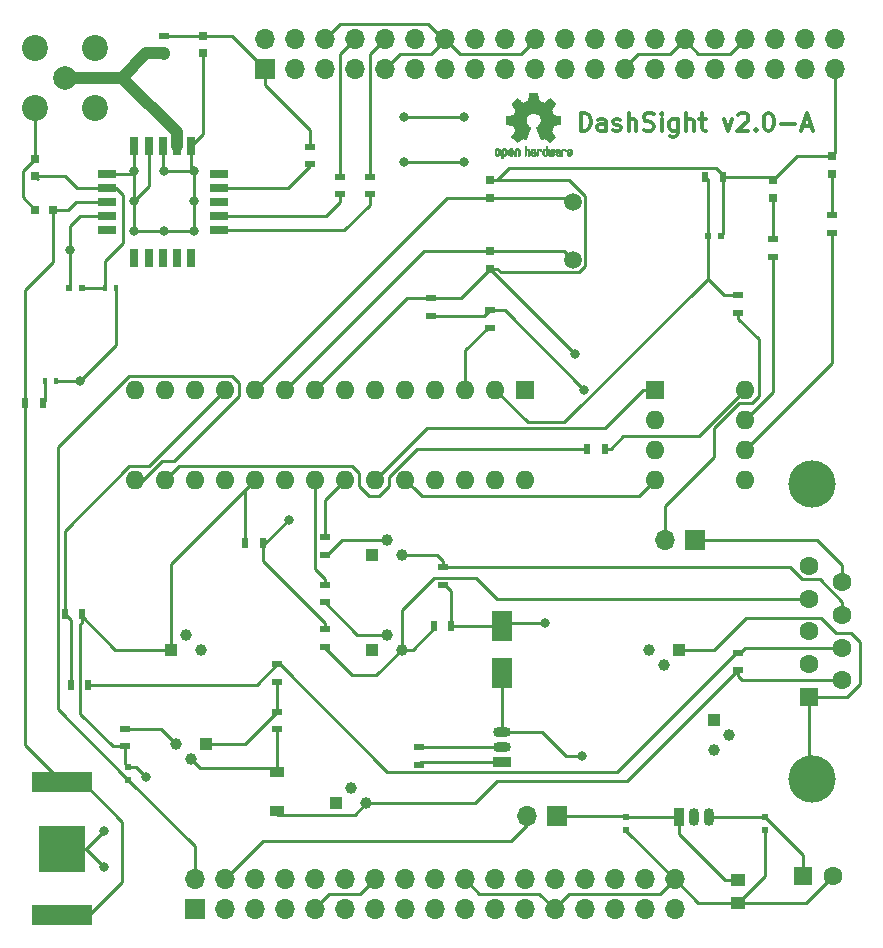
<source format=gtl>
G04 #@! TF.GenerationSoftware,KiCad,Pcbnew,(5.1.0)-1*
G04 #@! TF.CreationDate,2019-03-19T22:56:10-07:00*
G04 #@! TF.ProjectId,DashSight-Mezzanine-Card,44617368-5369-4676-9874-2d4d657a7a61,rev?*
G04 #@! TF.SameCoordinates,Original*
G04 #@! TF.FileFunction,Copper,L1,Top*
G04 #@! TF.FilePolarity,Positive*
%FSLAX46Y46*%
G04 Gerber Fmt 4.6, Leading zero omitted, Abs format (unit mm)*
G04 Created by KiCad (PCBNEW (5.1.0)-1) date 2019-03-19 22:56:10*
%MOMM*%
%LPD*%
G04 APERTURE LIST*
%ADD10C,0.300000*%
%ADD11C,0.010000*%
%ADD12R,0.900000X0.500000*%
%ADD13R,1.600000X0.700000*%
%ADD14R,0.700000X1.600000*%
%ADD15R,0.600000X0.500000*%
%ADD16R,0.500000X0.600000*%
%ADD17R,0.750000X0.800000*%
%ADD18R,0.800000X0.750000*%
%ADD19R,1.250000X1.000000*%
%ADD20R,1.600000X1.600000*%
%ADD21C,1.600000*%
%ADD22R,4.000000X4.000000*%
%ADD23R,5.100000X1.800000*%
%ADD24R,1.800000X2.500000*%
%ADD25R,0.400000X0.600000*%
%ADD26R,1.700000X1.700000*%
%ADD27O,1.700000X1.700000*%
%ADD28R,1.200000X0.900000*%
%ADD29O,0.900000X1.500000*%
%ADD30R,0.900000X1.500000*%
%ADD31C,4.000000*%
%ADD32O,1.600000X1.600000*%
%ADD33C,2.200000*%
%ADD34C,2.000000*%
%ADD35C,1.500000*%
%ADD36R,0.500000X0.900000*%
%ADD37O,1.500000X0.900000*%
%ADD38R,1.500000X0.900000*%
%ADD39C,1.000000*%
%ADD40R,1.000000X1.000000*%
%ADD41C,0.800000*%
%ADD42C,0.250000*%
%ADD43C,1.000000*%
G04 APERTURE END LIST*
D10*
X173673714Y-57066571D02*
X173673714Y-55566571D01*
X174030857Y-55566571D01*
X174245142Y-55638000D01*
X174388000Y-55780857D01*
X174459428Y-55923714D01*
X174530857Y-56209428D01*
X174530857Y-56423714D01*
X174459428Y-56709428D01*
X174388000Y-56852285D01*
X174245142Y-56995142D01*
X174030857Y-57066571D01*
X173673714Y-57066571D01*
X175816571Y-57066571D02*
X175816571Y-56280857D01*
X175745142Y-56138000D01*
X175602285Y-56066571D01*
X175316571Y-56066571D01*
X175173714Y-56138000D01*
X175816571Y-56995142D02*
X175673714Y-57066571D01*
X175316571Y-57066571D01*
X175173714Y-56995142D01*
X175102285Y-56852285D01*
X175102285Y-56709428D01*
X175173714Y-56566571D01*
X175316571Y-56495142D01*
X175673714Y-56495142D01*
X175816571Y-56423714D01*
X176459428Y-56995142D02*
X176602285Y-57066571D01*
X176888000Y-57066571D01*
X177030857Y-56995142D01*
X177102285Y-56852285D01*
X177102285Y-56780857D01*
X177030857Y-56638000D01*
X176888000Y-56566571D01*
X176673714Y-56566571D01*
X176530857Y-56495142D01*
X176459428Y-56352285D01*
X176459428Y-56280857D01*
X176530857Y-56138000D01*
X176673714Y-56066571D01*
X176888000Y-56066571D01*
X177030857Y-56138000D01*
X177745142Y-57066571D02*
X177745142Y-55566571D01*
X178388000Y-57066571D02*
X178388000Y-56280857D01*
X178316571Y-56138000D01*
X178173714Y-56066571D01*
X177959428Y-56066571D01*
X177816571Y-56138000D01*
X177745142Y-56209428D01*
X179030857Y-56995142D02*
X179245142Y-57066571D01*
X179602285Y-57066571D01*
X179745142Y-56995142D01*
X179816571Y-56923714D01*
X179888000Y-56780857D01*
X179888000Y-56638000D01*
X179816571Y-56495142D01*
X179745142Y-56423714D01*
X179602285Y-56352285D01*
X179316571Y-56280857D01*
X179173714Y-56209428D01*
X179102285Y-56138000D01*
X179030857Y-55995142D01*
X179030857Y-55852285D01*
X179102285Y-55709428D01*
X179173714Y-55638000D01*
X179316571Y-55566571D01*
X179673714Y-55566571D01*
X179888000Y-55638000D01*
X180530857Y-57066571D02*
X180530857Y-56066571D01*
X180530857Y-55566571D02*
X180459428Y-55638000D01*
X180530857Y-55709428D01*
X180602285Y-55638000D01*
X180530857Y-55566571D01*
X180530857Y-55709428D01*
X181888000Y-56066571D02*
X181888000Y-57280857D01*
X181816571Y-57423714D01*
X181745142Y-57495142D01*
X181602285Y-57566571D01*
X181388000Y-57566571D01*
X181245142Y-57495142D01*
X181888000Y-56995142D02*
X181745142Y-57066571D01*
X181459428Y-57066571D01*
X181316571Y-56995142D01*
X181245142Y-56923714D01*
X181173714Y-56780857D01*
X181173714Y-56352285D01*
X181245142Y-56209428D01*
X181316571Y-56138000D01*
X181459428Y-56066571D01*
X181745142Y-56066571D01*
X181888000Y-56138000D01*
X182602285Y-57066571D02*
X182602285Y-55566571D01*
X183245142Y-57066571D02*
X183245142Y-56280857D01*
X183173714Y-56138000D01*
X183030857Y-56066571D01*
X182816571Y-56066571D01*
X182673714Y-56138000D01*
X182602285Y-56209428D01*
X183745142Y-56066571D02*
X184316571Y-56066571D01*
X183959428Y-55566571D02*
X183959428Y-56852285D01*
X184030857Y-56995142D01*
X184173714Y-57066571D01*
X184316571Y-57066571D01*
X185816571Y-56066571D02*
X186173714Y-57066571D01*
X186530857Y-56066571D01*
X187030857Y-55709428D02*
X187102285Y-55638000D01*
X187245142Y-55566571D01*
X187602285Y-55566571D01*
X187745142Y-55638000D01*
X187816571Y-55709428D01*
X187888000Y-55852285D01*
X187888000Y-55995142D01*
X187816571Y-56209428D01*
X186959428Y-57066571D01*
X187888000Y-57066571D01*
X188530857Y-56923714D02*
X188602285Y-56995142D01*
X188530857Y-57066571D01*
X188459428Y-56995142D01*
X188530857Y-56923714D01*
X188530857Y-57066571D01*
X189530857Y-55566571D02*
X189673714Y-55566571D01*
X189816571Y-55638000D01*
X189888000Y-55709428D01*
X189959428Y-55852285D01*
X190030857Y-56138000D01*
X190030857Y-56495142D01*
X189959428Y-56780857D01*
X189888000Y-56923714D01*
X189816571Y-56995142D01*
X189673714Y-57066571D01*
X189530857Y-57066571D01*
X189388000Y-56995142D01*
X189316571Y-56923714D01*
X189245142Y-56780857D01*
X189173714Y-56495142D01*
X189173714Y-56138000D01*
X189245142Y-55852285D01*
X189316571Y-55709428D01*
X189388000Y-55638000D01*
X189530857Y-55566571D01*
X190673714Y-56495142D02*
X191816571Y-56495142D01*
X192459428Y-56638000D02*
X193173714Y-56638000D01*
X192316571Y-57066571D02*
X192816571Y-55566571D01*
X193316571Y-57066571D01*
D11*
G36*
X167271744Y-58561918D02*
G01*
X167327201Y-58589568D01*
X167376148Y-58640480D01*
X167389629Y-58659338D01*
X167404314Y-58684015D01*
X167413842Y-58710816D01*
X167419293Y-58746587D01*
X167421747Y-58798169D01*
X167422286Y-58866267D01*
X167419852Y-58959588D01*
X167411394Y-59029657D01*
X167395174Y-59081931D01*
X167369454Y-59121869D01*
X167332497Y-59154929D01*
X167329782Y-59156886D01*
X167293360Y-59176908D01*
X167249502Y-59186815D01*
X167193724Y-59189257D01*
X167103048Y-59189257D01*
X167103010Y-59277283D01*
X167102166Y-59326308D01*
X167097024Y-59355065D01*
X167083587Y-59372311D01*
X167057858Y-59386808D01*
X167051679Y-59389769D01*
X167022764Y-59403648D01*
X167000376Y-59412414D01*
X166983729Y-59413171D01*
X166972036Y-59403023D01*
X166964510Y-59379073D01*
X166960366Y-59338426D01*
X166958815Y-59278186D01*
X166959071Y-59195455D01*
X166960349Y-59087339D01*
X166960748Y-59055000D01*
X166962185Y-58943524D01*
X166963472Y-58870603D01*
X167102971Y-58870603D01*
X167103755Y-58932499D01*
X167107240Y-58972997D01*
X167115124Y-58999708D01*
X167129105Y-59020244D01*
X167138597Y-59030260D01*
X167177404Y-59059567D01*
X167211763Y-59061952D01*
X167247216Y-59037750D01*
X167248114Y-59036857D01*
X167262539Y-59018153D01*
X167271313Y-58992732D01*
X167275739Y-58953584D01*
X167277118Y-58893697D01*
X167277143Y-58880430D01*
X167273812Y-58797901D01*
X167262969Y-58740691D01*
X167243340Y-58705766D01*
X167213650Y-58690094D01*
X167196491Y-58688514D01*
X167155766Y-58695926D01*
X167127832Y-58720330D01*
X167111017Y-58764980D01*
X167103650Y-58833130D01*
X167102971Y-58870603D01*
X166963472Y-58870603D01*
X166963708Y-58857245D01*
X166965677Y-58792333D01*
X166968450Y-58744958D01*
X166972388Y-58711290D01*
X166977849Y-58687498D01*
X166985192Y-58669753D01*
X166994777Y-58654224D01*
X166998887Y-58648381D01*
X167053405Y-58593185D01*
X167122336Y-58561890D01*
X167202072Y-58553165D01*
X167271744Y-58561918D01*
X167271744Y-58561918D01*
G37*
X167271744Y-58561918D02*
X167327201Y-58589568D01*
X167376148Y-58640480D01*
X167389629Y-58659338D01*
X167404314Y-58684015D01*
X167413842Y-58710816D01*
X167419293Y-58746587D01*
X167421747Y-58798169D01*
X167422286Y-58866267D01*
X167419852Y-58959588D01*
X167411394Y-59029657D01*
X167395174Y-59081931D01*
X167369454Y-59121869D01*
X167332497Y-59154929D01*
X167329782Y-59156886D01*
X167293360Y-59176908D01*
X167249502Y-59186815D01*
X167193724Y-59189257D01*
X167103048Y-59189257D01*
X167103010Y-59277283D01*
X167102166Y-59326308D01*
X167097024Y-59355065D01*
X167083587Y-59372311D01*
X167057858Y-59386808D01*
X167051679Y-59389769D01*
X167022764Y-59403648D01*
X167000376Y-59412414D01*
X166983729Y-59413171D01*
X166972036Y-59403023D01*
X166964510Y-59379073D01*
X166960366Y-59338426D01*
X166958815Y-59278186D01*
X166959071Y-59195455D01*
X166960349Y-59087339D01*
X166960748Y-59055000D01*
X166962185Y-58943524D01*
X166963472Y-58870603D01*
X167102971Y-58870603D01*
X167103755Y-58932499D01*
X167107240Y-58972997D01*
X167115124Y-58999708D01*
X167129105Y-59020244D01*
X167138597Y-59030260D01*
X167177404Y-59059567D01*
X167211763Y-59061952D01*
X167247216Y-59037750D01*
X167248114Y-59036857D01*
X167262539Y-59018153D01*
X167271313Y-58992732D01*
X167275739Y-58953584D01*
X167277118Y-58893697D01*
X167277143Y-58880430D01*
X167273812Y-58797901D01*
X167262969Y-58740691D01*
X167243340Y-58705766D01*
X167213650Y-58690094D01*
X167196491Y-58688514D01*
X167155766Y-58695926D01*
X167127832Y-58720330D01*
X167111017Y-58764980D01*
X167103650Y-58833130D01*
X167102971Y-58870603D01*
X166963472Y-58870603D01*
X166963708Y-58857245D01*
X166965677Y-58792333D01*
X166968450Y-58744958D01*
X166972388Y-58711290D01*
X166977849Y-58687498D01*
X166985192Y-58669753D01*
X166994777Y-58654224D01*
X166998887Y-58648381D01*
X167053405Y-58593185D01*
X167122336Y-58561890D01*
X167202072Y-58553165D01*
X167271744Y-58561918D01*
G36*
X168388093Y-58569780D02*
G01*
X168434672Y-58596723D01*
X168467057Y-58623466D01*
X168490742Y-58651484D01*
X168507059Y-58685748D01*
X168517339Y-58731227D01*
X168522914Y-58792892D01*
X168525116Y-58875711D01*
X168525371Y-58935246D01*
X168525371Y-59154391D01*
X168463686Y-59182044D01*
X168402000Y-59209697D01*
X168394743Y-58969670D01*
X168391744Y-58880028D01*
X168388598Y-58814962D01*
X168384701Y-58770026D01*
X168379447Y-58740770D01*
X168372231Y-58722748D01*
X168362450Y-58711511D01*
X168359312Y-58709079D01*
X168311761Y-58690083D01*
X168263697Y-58697600D01*
X168235086Y-58717543D01*
X168223447Y-58731675D01*
X168215391Y-58750220D01*
X168210271Y-58778334D01*
X168207441Y-58821173D01*
X168206256Y-58883895D01*
X168206057Y-58949261D01*
X168206018Y-59031268D01*
X168204614Y-59089316D01*
X168199914Y-59128465D01*
X168189987Y-59153780D01*
X168172903Y-59170323D01*
X168146732Y-59183156D01*
X168111775Y-59196491D01*
X168073596Y-59211007D01*
X168078141Y-58953389D01*
X168079971Y-58860519D01*
X168082112Y-58791889D01*
X168085181Y-58742711D01*
X168089794Y-58708198D01*
X168096568Y-58683562D01*
X168106119Y-58664016D01*
X168117634Y-58646770D01*
X168173190Y-58591680D01*
X168240980Y-58559822D01*
X168314713Y-58552191D01*
X168388093Y-58569780D01*
X168388093Y-58569780D01*
G37*
X168388093Y-58569780D02*
X168434672Y-58596723D01*
X168467057Y-58623466D01*
X168490742Y-58651484D01*
X168507059Y-58685748D01*
X168517339Y-58731227D01*
X168522914Y-58792892D01*
X168525116Y-58875711D01*
X168525371Y-58935246D01*
X168525371Y-59154391D01*
X168463686Y-59182044D01*
X168402000Y-59209697D01*
X168394743Y-58969670D01*
X168391744Y-58880028D01*
X168388598Y-58814962D01*
X168384701Y-58770026D01*
X168379447Y-58740770D01*
X168372231Y-58722748D01*
X168362450Y-58711511D01*
X168359312Y-58709079D01*
X168311761Y-58690083D01*
X168263697Y-58697600D01*
X168235086Y-58717543D01*
X168223447Y-58731675D01*
X168215391Y-58750220D01*
X168210271Y-58778334D01*
X168207441Y-58821173D01*
X168206256Y-58883895D01*
X168206057Y-58949261D01*
X168206018Y-59031268D01*
X168204614Y-59089316D01*
X168199914Y-59128465D01*
X168189987Y-59153780D01*
X168172903Y-59170323D01*
X168146732Y-59183156D01*
X168111775Y-59196491D01*
X168073596Y-59211007D01*
X168078141Y-58953389D01*
X168079971Y-58860519D01*
X168082112Y-58791889D01*
X168085181Y-58742711D01*
X168089794Y-58708198D01*
X168096568Y-58683562D01*
X168106119Y-58664016D01*
X168117634Y-58646770D01*
X168173190Y-58591680D01*
X168240980Y-58559822D01*
X168314713Y-58552191D01*
X168388093Y-58569780D01*
G36*
X166713115Y-58563962D02*
G01*
X166781145Y-58599733D01*
X166831351Y-58657301D01*
X166849185Y-58694312D01*
X166863063Y-58749882D01*
X166870167Y-58820096D01*
X166870840Y-58896727D01*
X166865427Y-58971552D01*
X166854270Y-59036342D01*
X166837714Y-59082873D01*
X166832626Y-59090887D01*
X166772355Y-59150707D01*
X166700769Y-59186535D01*
X166623092Y-59197020D01*
X166544548Y-59180810D01*
X166522689Y-59171092D01*
X166480122Y-59141143D01*
X166442763Y-59101433D01*
X166439232Y-59096397D01*
X166424881Y-59072124D01*
X166415394Y-59046178D01*
X166409790Y-59012022D01*
X166407086Y-58963119D01*
X166406299Y-58892935D01*
X166406286Y-58877200D01*
X166406322Y-58872192D01*
X166551429Y-58872192D01*
X166552273Y-58938430D01*
X166555596Y-58982386D01*
X166562583Y-59010779D01*
X166574416Y-59030325D01*
X166580457Y-59036857D01*
X166615186Y-59061680D01*
X166648903Y-59060548D01*
X166682995Y-59039016D01*
X166703329Y-59016029D01*
X166715371Y-58982478D01*
X166722134Y-58929569D01*
X166722598Y-58923399D01*
X166723752Y-58827513D01*
X166711688Y-58756299D01*
X166686570Y-58710194D01*
X166648560Y-58689635D01*
X166634992Y-58688514D01*
X166599364Y-58694152D01*
X166574994Y-58713686D01*
X166560093Y-58751042D01*
X166552875Y-58810150D01*
X166551429Y-58872192D01*
X166406322Y-58872192D01*
X166406826Y-58802413D01*
X166409096Y-58750159D01*
X166414068Y-58713949D01*
X166422713Y-58687299D01*
X166436005Y-58663722D01*
X166438943Y-58659338D01*
X166488313Y-58600249D01*
X166542109Y-58565947D01*
X166607602Y-58552331D01*
X166629842Y-58551665D01*
X166713115Y-58563962D01*
X166713115Y-58563962D01*
G37*
X166713115Y-58563962D02*
X166781145Y-58599733D01*
X166831351Y-58657301D01*
X166849185Y-58694312D01*
X166863063Y-58749882D01*
X166870167Y-58820096D01*
X166870840Y-58896727D01*
X166865427Y-58971552D01*
X166854270Y-59036342D01*
X166837714Y-59082873D01*
X166832626Y-59090887D01*
X166772355Y-59150707D01*
X166700769Y-59186535D01*
X166623092Y-59197020D01*
X166544548Y-59180810D01*
X166522689Y-59171092D01*
X166480122Y-59141143D01*
X166442763Y-59101433D01*
X166439232Y-59096397D01*
X166424881Y-59072124D01*
X166415394Y-59046178D01*
X166409790Y-59012022D01*
X166407086Y-58963119D01*
X166406299Y-58892935D01*
X166406286Y-58877200D01*
X166406322Y-58872192D01*
X166551429Y-58872192D01*
X166552273Y-58938430D01*
X166555596Y-58982386D01*
X166562583Y-59010779D01*
X166574416Y-59030325D01*
X166580457Y-59036857D01*
X166615186Y-59061680D01*
X166648903Y-59060548D01*
X166682995Y-59039016D01*
X166703329Y-59016029D01*
X166715371Y-58982478D01*
X166722134Y-58929569D01*
X166722598Y-58923399D01*
X166723752Y-58827513D01*
X166711688Y-58756299D01*
X166686570Y-58710194D01*
X166648560Y-58689635D01*
X166634992Y-58688514D01*
X166599364Y-58694152D01*
X166574994Y-58713686D01*
X166560093Y-58751042D01*
X166552875Y-58810150D01*
X166551429Y-58872192D01*
X166406322Y-58872192D01*
X166406826Y-58802413D01*
X166409096Y-58750159D01*
X166414068Y-58713949D01*
X166422713Y-58687299D01*
X166436005Y-58663722D01*
X166438943Y-58659338D01*
X166488313Y-58600249D01*
X166542109Y-58565947D01*
X166607602Y-58552331D01*
X166629842Y-58551665D01*
X166713115Y-58563962D01*
G36*
X167840303Y-58573239D02*
G01*
X167897527Y-58611735D01*
X167941749Y-58667335D01*
X167968167Y-58738086D01*
X167973510Y-58790162D01*
X167972903Y-58811893D01*
X167967822Y-58828531D01*
X167953855Y-58843437D01*
X167926589Y-58859973D01*
X167881612Y-58881498D01*
X167814511Y-58911374D01*
X167814171Y-58911524D01*
X167752407Y-58939813D01*
X167701759Y-58964933D01*
X167667404Y-58984179D01*
X167654518Y-58994848D01*
X167654514Y-58994934D01*
X167665872Y-59018166D01*
X167692431Y-59043774D01*
X167722923Y-59062221D01*
X167738370Y-59065886D01*
X167780515Y-59053212D01*
X167816808Y-59021471D01*
X167834517Y-58986572D01*
X167851552Y-58960845D01*
X167884922Y-58931546D01*
X167924149Y-58906235D01*
X167958756Y-58892471D01*
X167965993Y-58891714D01*
X167974139Y-58904160D01*
X167974630Y-58935972D01*
X167968643Y-58978866D01*
X167957357Y-59024558D01*
X167941950Y-59064761D01*
X167941171Y-59066322D01*
X167894804Y-59131062D01*
X167834711Y-59175097D01*
X167766465Y-59196711D01*
X167695638Y-59194185D01*
X167627804Y-59165804D01*
X167624788Y-59163808D01*
X167571427Y-59115448D01*
X167536340Y-59052352D01*
X167516922Y-58969387D01*
X167514316Y-58946078D01*
X167509701Y-58836055D01*
X167515233Y-58784748D01*
X167654514Y-58784748D01*
X167656324Y-58816753D01*
X167666222Y-58826093D01*
X167690898Y-58819105D01*
X167729795Y-58802587D01*
X167773275Y-58781881D01*
X167774356Y-58781333D01*
X167811209Y-58761949D01*
X167826000Y-58749013D01*
X167822353Y-58735451D01*
X167806995Y-58717632D01*
X167767923Y-58691845D01*
X167725846Y-58689950D01*
X167688103Y-58708717D01*
X167662034Y-58744915D01*
X167654514Y-58784748D01*
X167515233Y-58784748D01*
X167519194Y-58748027D01*
X167543550Y-58678212D01*
X167577456Y-58629302D01*
X167638653Y-58579878D01*
X167706063Y-58555359D01*
X167774880Y-58553797D01*
X167840303Y-58573239D01*
X167840303Y-58573239D01*
G37*
X167840303Y-58573239D02*
X167897527Y-58611735D01*
X167941749Y-58667335D01*
X167968167Y-58738086D01*
X167973510Y-58790162D01*
X167972903Y-58811893D01*
X167967822Y-58828531D01*
X167953855Y-58843437D01*
X167926589Y-58859973D01*
X167881612Y-58881498D01*
X167814511Y-58911374D01*
X167814171Y-58911524D01*
X167752407Y-58939813D01*
X167701759Y-58964933D01*
X167667404Y-58984179D01*
X167654518Y-58994848D01*
X167654514Y-58994934D01*
X167665872Y-59018166D01*
X167692431Y-59043774D01*
X167722923Y-59062221D01*
X167738370Y-59065886D01*
X167780515Y-59053212D01*
X167816808Y-59021471D01*
X167834517Y-58986572D01*
X167851552Y-58960845D01*
X167884922Y-58931546D01*
X167924149Y-58906235D01*
X167958756Y-58892471D01*
X167965993Y-58891714D01*
X167974139Y-58904160D01*
X167974630Y-58935972D01*
X167968643Y-58978866D01*
X167957357Y-59024558D01*
X167941950Y-59064761D01*
X167941171Y-59066322D01*
X167894804Y-59131062D01*
X167834711Y-59175097D01*
X167766465Y-59196711D01*
X167695638Y-59194185D01*
X167627804Y-59165804D01*
X167624788Y-59163808D01*
X167571427Y-59115448D01*
X167536340Y-59052352D01*
X167516922Y-58969387D01*
X167514316Y-58946078D01*
X167509701Y-58836055D01*
X167515233Y-58784748D01*
X167654514Y-58784748D01*
X167656324Y-58816753D01*
X167666222Y-58826093D01*
X167690898Y-58819105D01*
X167729795Y-58802587D01*
X167773275Y-58781881D01*
X167774356Y-58781333D01*
X167811209Y-58761949D01*
X167826000Y-58749013D01*
X167822353Y-58735451D01*
X167806995Y-58717632D01*
X167767923Y-58691845D01*
X167725846Y-58689950D01*
X167688103Y-58708717D01*
X167662034Y-58744915D01*
X167654514Y-58784748D01*
X167515233Y-58784748D01*
X167519194Y-58748027D01*
X167543550Y-58678212D01*
X167577456Y-58629302D01*
X167638653Y-58579878D01*
X167706063Y-58555359D01*
X167774880Y-58553797D01*
X167840303Y-58573239D01*
G36*
X169047886Y-58493289D02*
G01*
X169052139Y-58552613D01*
X169057025Y-58587572D01*
X169063795Y-58602820D01*
X169073702Y-58603015D01*
X169076914Y-58601195D01*
X169119644Y-58588015D01*
X169175227Y-58588785D01*
X169231737Y-58602333D01*
X169267082Y-58619861D01*
X169303321Y-58647861D01*
X169329813Y-58679549D01*
X169347999Y-58719813D01*
X169359322Y-58773543D01*
X169365222Y-58845626D01*
X169367143Y-58940951D01*
X169367177Y-58959237D01*
X169367200Y-59164646D01*
X169321491Y-59180580D01*
X169289027Y-59191420D01*
X169271215Y-59196468D01*
X169270691Y-59196514D01*
X169268937Y-59182828D01*
X169267444Y-59145076D01*
X169266326Y-59088224D01*
X169265697Y-59017234D01*
X169265600Y-58974073D01*
X169265398Y-58888973D01*
X169264358Y-58827981D01*
X169261831Y-58786177D01*
X169257164Y-58758642D01*
X169249707Y-58740456D01*
X169238811Y-58726698D01*
X169232007Y-58720073D01*
X169185272Y-58693375D01*
X169134272Y-58691375D01*
X169088001Y-58713955D01*
X169079444Y-58722107D01*
X169066893Y-58737436D01*
X169058188Y-58755618D01*
X169052631Y-58781909D01*
X169049526Y-58821562D01*
X169048176Y-58879832D01*
X169047886Y-58960173D01*
X169047886Y-59164646D01*
X169002177Y-59180580D01*
X168969713Y-59191420D01*
X168951901Y-59196468D01*
X168951377Y-59196514D01*
X168950037Y-59182623D01*
X168948828Y-59143439D01*
X168947801Y-59082700D01*
X168947002Y-59004141D01*
X168946481Y-58911498D01*
X168946286Y-58808509D01*
X168946286Y-58411342D01*
X168993457Y-58391444D01*
X169040629Y-58371547D01*
X169047886Y-58493289D01*
X169047886Y-58493289D01*
G37*
X169047886Y-58493289D02*
X169052139Y-58552613D01*
X169057025Y-58587572D01*
X169063795Y-58602820D01*
X169073702Y-58603015D01*
X169076914Y-58601195D01*
X169119644Y-58588015D01*
X169175227Y-58588785D01*
X169231737Y-58602333D01*
X169267082Y-58619861D01*
X169303321Y-58647861D01*
X169329813Y-58679549D01*
X169347999Y-58719813D01*
X169359322Y-58773543D01*
X169365222Y-58845626D01*
X169367143Y-58940951D01*
X169367177Y-58959237D01*
X169367200Y-59164646D01*
X169321491Y-59180580D01*
X169289027Y-59191420D01*
X169271215Y-59196468D01*
X169270691Y-59196514D01*
X169268937Y-59182828D01*
X169267444Y-59145076D01*
X169266326Y-59088224D01*
X169265697Y-59017234D01*
X169265600Y-58974073D01*
X169265398Y-58888973D01*
X169264358Y-58827981D01*
X169261831Y-58786177D01*
X169257164Y-58758642D01*
X169249707Y-58740456D01*
X169238811Y-58726698D01*
X169232007Y-58720073D01*
X169185272Y-58693375D01*
X169134272Y-58691375D01*
X169088001Y-58713955D01*
X169079444Y-58722107D01*
X169066893Y-58737436D01*
X169058188Y-58755618D01*
X169052631Y-58781909D01*
X169049526Y-58821562D01*
X169048176Y-58879832D01*
X169047886Y-58960173D01*
X169047886Y-59164646D01*
X169002177Y-59180580D01*
X168969713Y-59191420D01*
X168951901Y-59196468D01*
X168951377Y-59196514D01*
X168950037Y-59182623D01*
X168948828Y-59143439D01*
X168947801Y-59082700D01*
X168947002Y-59004141D01*
X168946481Y-58911498D01*
X168946286Y-58808509D01*
X168946286Y-58411342D01*
X168993457Y-58391444D01*
X169040629Y-58371547D01*
X169047886Y-58493289D01*
G36*
X169711744Y-58592968D02*
G01*
X169768616Y-58614087D01*
X169769267Y-58614493D01*
X169804440Y-58640380D01*
X169830407Y-58670633D01*
X169848670Y-58710058D01*
X169860732Y-58763462D01*
X169868096Y-58835651D01*
X169872264Y-58931432D01*
X169872629Y-58945078D01*
X169877876Y-59150842D01*
X169833716Y-59173678D01*
X169801763Y-59189110D01*
X169782470Y-59196423D01*
X169781578Y-59196514D01*
X169778239Y-59183022D01*
X169775587Y-59146626D01*
X169773956Y-59093452D01*
X169773600Y-59050393D01*
X169773592Y-58980641D01*
X169770403Y-58936837D01*
X169759288Y-58915944D01*
X169735501Y-58914925D01*
X169694296Y-58930741D01*
X169632086Y-58959815D01*
X169586341Y-58983963D01*
X169562813Y-59004913D01*
X169555896Y-59027747D01*
X169555886Y-59028877D01*
X169567299Y-59068212D01*
X169601092Y-59089462D01*
X169652809Y-59092539D01*
X169690061Y-59092006D01*
X169709703Y-59102735D01*
X169721952Y-59128505D01*
X169729002Y-59161337D01*
X169718842Y-59179966D01*
X169715017Y-59182632D01*
X169679001Y-59193340D01*
X169628566Y-59194856D01*
X169576626Y-59187759D01*
X169539822Y-59174788D01*
X169488938Y-59131585D01*
X169460014Y-59071446D01*
X169454286Y-59024462D01*
X169458657Y-58982082D01*
X169474475Y-58947488D01*
X169505797Y-58916763D01*
X169556678Y-58885990D01*
X169631176Y-58851252D01*
X169635714Y-58849288D01*
X169702821Y-58818287D01*
X169744232Y-58792862D01*
X169761981Y-58770014D01*
X169758107Y-58746745D01*
X169734643Y-58720056D01*
X169727627Y-58713914D01*
X169680630Y-58690100D01*
X169631933Y-58691103D01*
X169589522Y-58714451D01*
X169561384Y-58757675D01*
X169558769Y-58766160D01*
X169533308Y-58807308D01*
X169501001Y-58827128D01*
X169454286Y-58846770D01*
X169454286Y-58795950D01*
X169468496Y-58722082D01*
X169510675Y-58654327D01*
X169532624Y-58631661D01*
X169582517Y-58602569D01*
X169645967Y-58589400D01*
X169711744Y-58592968D01*
X169711744Y-58592968D01*
G37*
X169711744Y-58592968D02*
X169768616Y-58614087D01*
X169769267Y-58614493D01*
X169804440Y-58640380D01*
X169830407Y-58670633D01*
X169848670Y-58710058D01*
X169860732Y-58763462D01*
X169868096Y-58835651D01*
X169872264Y-58931432D01*
X169872629Y-58945078D01*
X169877876Y-59150842D01*
X169833716Y-59173678D01*
X169801763Y-59189110D01*
X169782470Y-59196423D01*
X169781578Y-59196514D01*
X169778239Y-59183022D01*
X169775587Y-59146626D01*
X169773956Y-59093452D01*
X169773600Y-59050393D01*
X169773592Y-58980641D01*
X169770403Y-58936837D01*
X169759288Y-58915944D01*
X169735501Y-58914925D01*
X169694296Y-58930741D01*
X169632086Y-58959815D01*
X169586341Y-58983963D01*
X169562813Y-59004913D01*
X169555896Y-59027747D01*
X169555886Y-59028877D01*
X169567299Y-59068212D01*
X169601092Y-59089462D01*
X169652809Y-59092539D01*
X169690061Y-59092006D01*
X169709703Y-59102735D01*
X169721952Y-59128505D01*
X169729002Y-59161337D01*
X169718842Y-59179966D01*
X169715017Y-59182632D01*
X169679001Y-59193340D01*
X169628566Y-59194856D01*
X169576626Y-59187759D01*
X169539822Y-59174788D01*
X169488938Y-59131585D01*
X169460014Y-59071446D01*
X169454286Y-59024462D01*
X169458657Y-58982082D01*
X169474475Y-58947488D01*
X169505797Y-58916763D01*
X169556678Y-58885990D01*
X169631176Y-58851252D01*
X169635714Y-58849288D01*
X169702821Y-58818287D01*
X169744232Y-58792862D01*
X169761981Y-58770014D01*
X169758107Y-58746745D01*
X169734643Y-58720056D01*
X169727627Y-58713914D01*
X169680630Y-58690100D01*
X169631933Y-58691103D01*
X169589522Y-58714451D01*
X169561384Y-58757675D01*
X169558769Y-58766160D01*
X169533308Y-58807308D01*
X169501001Y-58827128D01*
X169454286Y-58846770D01*
X169454286Y-58795950D01*
X169468496Y-58722082D01*
X169510675Y-58654327D01*
X169532624Y-58631661D01*
X169582517Y-58602569D01*
X169645967Y-58589400D01*
X169711744Y-58592968D01*
G36*
X170201926Y-58591755D02*
G01*
X170267858Y-58616084D01*
X170321273Y-58659117D01*
X170342164Y-58689409D01*
X170364939Y-58744994D01*
X170364466Y-58785186D01*
X170340562Y-58812217D01*
X170331717Y-58816813D01*
X170293530Y-58831144D01*
X170274028Y-58827472D01*
X170267422Y-58803407D01*
X170267086Y-58790114D01*
X170254992Y-58741210D01*
X170223471Y-58706999D01*
X170179659Y-58690476D01*
X170130695Y-58694634D01*
X170090894Y-58716227D01*
X170077450Y-58728544D01*
X170067921Y-58743487D01*
X170061485Y-58766075D01*
X170057317Y-58801328D01*
X170054597Y-58854266D01*
X170052502Y-58929907D01*
X170051960Y-58953857D01*
X170049981Y-59035790D01*
X170047731Y-59093455D01*
X170044357Y-59131608D01*
X170039006Y-59155004D01*
X170030824Y-59168398D01*
X170018959Y-59176545D01*
X170011362Y-59180144D01*
X169979102Y-59192452D01*
X169960111Y-59196514D01*
X169953836Y-59182948D01*
X169950006Y-59141934D01*
X169948600Y-59072999D01*
X169949598Y-58975669D01*
X169949908Y-58960657D01*
X169952101Y-58871859D01*
X169954693Y-58807019D01*
X169958382Y-58761067D01*
X169963864Y-58728935D01*
X169971835Y-58705553D01*
X169982993Y-58685852D01*
X169988830Y-58677410D01*
X170022296Y-58640057D01*
X170059727Y-58611003D01*
X170064309Y-58608467D01*
X170131426Y-58588443D01*
X170201926Y-58591755D01*
X170201926Y-58591755D01*
G37*
X170201926Y-58591755D02*
X170267858Y-58616084D01*
X170321273Y-58659117D01*
X170342164Y-58689409D01*
X170364939Y-58744994D01*
X170364466Y-58785186D01*
X170340562Y-58812217D01*
X170331717Y-58816813D01*
X170293530Y-58831144D01*
X170274028Y-58827472D01*
X170267422Y-58803407D01*
X170267086Y-58790114D01*
X170254992Y-58741210D01*
X170223471Y-58706999D01*
X170179659Y-58690476D01*
X170130695Y-58694634D01*
X170090894Y-58716227D01*
X170077450Y-58728544D01*
X170067921Y-58743487D01*
X170061485Y-58766075D01*
X170057317Y-58801328D01*
X170054597Y-58854266D01*
X170052502Y-58929907D01*
X170051960Y-58953857D01*
X170049981Y-59035790D01*
X170047731Y-59093455D01*
X170044357Y-59131608D01*
X170039006Y-59155004D01*
X170030824Y-59168398D01*
X170018959Y-59176545D01*
X170011362Y-59180144D01*
X169979102Y-59192452D01*
X169960111Y-59196514D01*
X169953836Y-59182948D01*
X169950006Y-59141934D01*
X169948600Y-59072999D01*
X169949598Y-58975669D01*
X169949908Y-58960657D01*
X169952101Y-58871859D01*
X169954693Y-58807019D01*
X169958382Y-58761067D01*
X169963864Y-58728935D01*
X169971835Y-58705553D01*
X169982993Y-58685852D01*
X169988830Y-58677410D01*
X170022296Y-58640057D01*
X170059727Y-58611003D01*
X170064309Y-58608467D01*
X170131426Y-58588443D01*
X170201926Y-58591755D01*
G36*
X170862117Y-58707358D02*
G01*
X170861933Y-58815837D01*
X170861219Y-58899287D01*
X170859675Y-58961704D01*
X170857001Y-59007085D01*
X170852894Y-59039429D01*
X170847055Y-59062733D01*
X170839182Y-59080995D01*
X170833221Y-59091418D01*
X170783855Y-59147945D01*
X170721264Y-59183377D01*
X170652013Y-59196090D01*
X170582668Y-59184463D01*
X170541375Y-59163568D01*
X170498025Y-59127422D01*
X170468481Y-59083276D01*
X170450655Y-59025462D01*
X170442463Y-58948313D01*
X170441302Y-58891714D01*
X170441458Y-58887647D01*
X170542857Y-58887647D01*
X170543476Y-58952550D01*
X170546314Y-58995514D01*
X170552840Y-59023622D01*
X170564523Y-59043953D01*
X170578483Y-59059288D01*
X170625365Y-59088890D01*
X170675701Y-59091419D01*
X170723276Y-59066705D01*
X170726979Y-59063356D01*
X170742783Y-59045935D01*
X170752693Y-59025209D01*
X170758058Y-58994362D01*
X170760228Y-58946577D01*
X170760571Y-58893748D01*
X170759827Y-58827381D01*
X170756748Y-58783106D01*
X170750061Y-58754009D01*
X170738496Y-58733173D01*
X170729013Y-58722107D01*
X170684960Y-58694198D01*
X170634224Y-58690843D01*
X170585796Y-58712159D01*
X170576450Y-58720073D01*
X170560540Y-58737647D01*
X170550610Y-58758587D01*
X170545278Y-58789782D01*
X170543163Y-58838122D01*
X170542857Y-58887647D01*
X170441458Y-58887647D01*
X170444810Y-58800568D01*
X170456726Y-58732086D01*
X170479135Y-58680600D01*
X170514124Y-58640443D01*
X170541375Y-58619861D01*
X170590907Y-58597625D01*
X170648316Y-58587304D01*
X170701682Y-58590067D01*
X170731543Y-58601212D01*
X170743261Y-58604383D01*
X170751037Y-58592557D01*
X170756465Y-58560866D01*
X170760571Y-58512593D01*
X170765067Y-58458829D01*
X170771313Y-58426482D01*
X170782676Y-58407985D01*
X170802528Y-58395770D01*
X170815000Y-58390362D01*
X170862171Y-58370601D01*
X170862117Y-58707358D01*
X170862117Y-58707358D01*
G37*
X170862117Y-58707358D02*
X170861933Y-58815837D01*
X170861219Y-58899287D01*
X170859675Y-58961704D01*
X170857001Y-59007085D01*
X170852894Y-59039429D01*
X170847055Y-59062733D01*
X170839182Y-59080995D01*
X170833221Y-59091418D01*
X170783855Y-59147945D01*
X170721264Y-59183377D01*
X170652013Y-59196090D01*
X170582668Y-59184463D01*
X170541375Y-59163568D01*
X170498025Y-59127422D01*
X170468481Y-59083276D01*
X170450655Y-59025462D01*
X170442463Y-58948313D01*
X170441302Y-58891714D01*
X170441458Y-58887647D01*
X170542857Y-58887647D01*
X170543476Y-58952550D01*
X170546314Y-58995514D01*
X170552840Y-59023622D01*
X170564523Y-59043953D01*
X170578483Y-59059288D01*
X170625365Y-59088890D01*
X170675701Y-59091419D01*
X170723276Y-59066705D01*
X170726979Y-59063356D01*
X170742783Y-59045935D01*
X170752693Y-59025209D01*
X170758058Y-58994362D01*
X170760228Y-58946577D01*
X170760571Y-58893748D01*
X170759827Y-58827381D01*
X170756748Y-58783106D01*
X170750061Y-58754009D01*
X170738496Y-58733173D01*
X170729013Y-58722107D01*
X170684960Y-58694198D01*
X170634224Y-58690843D01*
X170585796Y-58712159D01*
X170576450Y-58720073D01*
X170560540Y-58737647D01*
X170550610Y-58758587D01*
X170545278Y-58789782D01*
X170543163Y-58838122D01*
X170542857Y-58887647D01*
X170441458Y-58887647D01*
X170444810Y-58800568D01*
X170456726Y-58732086D01*
X170479135Y-58680600D01*
X170514124Y-58640443D01*
X170541375Y-58619861D01*
X170590907Y-58597625D01*
X170648316Y-58587304D01*
X170701682Y-58590067D01*
X170731543Y-58601212D01*
X170743261Y-58604383D01*
X170751037Y-58592557D01*
X170756465Y-58560866D01*
X170760571Y-58512593D01*
X170765067Y-58458829D01*
X170771313Y-58426482D01*
X170782676Y-58407985D01*
X170802528Y-58395770D01*
X170815000Y-58390362D01*
X170862171Y-58370601D01*
X170862117Y-58707358D01*
G36*
X171451833Y-58600663D02*
G01*
X171454048Y-58638850D01*
X171455784Y-58696886D01*
X171456899Y-58770180D01*
X171457257Y-58847055D01*
X171457257Y-59107196D01*
X171411326Y-59153127D01*
X171379675Y-59181429D01*
X171351890Y-59192893D01*
X171313915Y-59192168D01*
X171298840Y-59190321D01*
X171251726Y-59184948D01*
X171212756Y-59181869D01*
X171203257Y-59181585D01*
X171171233Y-59183445D01*
X171125432Y-59188114D01*
X171107674Y-59190321D01*
X171064057Y-59193735D01*
X171034745Y-59186320D01*
X171005680Y-59163427D01*
X170995188Y-59153127D01*
X170949257Y-59107196D01*
X170949257Y-58620602D01*
X170986226Y-58603758D01*
X171018059Y-58591282D01*
X171036683Y-58586914D01*
X171041458Y-58600718D01*
X171045921Y-58639286D01*
X171049775Y-58698356D01*
X171052722Y-58773663D01*
X171054143Y-58837286D01*
X171058114Y-59087657D01*
X171092759Y-59092556D01*
X171124268Y-59089131D01*
X171139708Y-59078041D01*
X171144023Y-59057308D01*
X171147708Y-59013145D01*
X171150469Y-58951146D01*
X171152012Y-58876909D01*
X171152235Y-58838706D01*
X171152457Y-58618783D01*
X171198166Y-58602849D01*
X171230518Y-58592015D01*
X171248115Y-58586962D01*
X171248623Y-58586914D01*
X171250388Y-58600648D01*
X171252329Y-58638730D01*
X171254282Y-58696482D01*
X171256084Y-58769227D01*
X171257343Y-58837286D01*
X171261314Y-59087657D01*
X171348400Y-59087657D01*
X171352396Y-58859240D01*
X171356392Y-58630822D01*
X171398847Y-58608868D01*
X171430192Y-58593793D01*
X171448744Y-58586951D01*
X171449279Y-58586914D01*
X171451833Y-58600663D01*
X171451833Y-58600663D01*
G37*
X171451833Y-58600663D02*
X171454048Y-58638850D01*
X171455784Y-58696886D01*
X171456899Y-58770180D01*
X171457257Y-58847055D01*
X171457257Y-59107196D01*
X171411326Y-59153127D01*
X171379675Y-59181429D01*
X171351890Y-59192893D01*
X171313915Y-59192168D01*
X171298840Y-59190321D01*
X171251726Y-59184948D01*
X171212756Y-59181869D01*
X171203257Y-59181585D01*
X171171233Y-59183445D01*
X171125432Y-59188114D01*
X171107674Y-59190321D01*
X171064057Y-59193735D01*
X171034745Y-59186320D01*
X171005680Y-59163427D01*
X170995188Y-59153127D01*
X170949257Y-59107196D01*
X170949257Y-58620602D01*
X170986226Y-58603758D01*
X171018059Y-58591282D01*
X171036683Y-58586914D01*
X171041458Y-58600718D01*
X171045921Y-58639286D01*
X171049775Y-58698356D01*
X171052722Y-58773663D01*
X171054143Y-58837286D01*
X171058114Y-59087657D01*
X171092759Y-59092556D01*
X171124268Y-59089131D01*
X171139708Y-59078041D01*
X171144023Y-59057308D01*
X171147708Y-59013145D01*
X171150469Y-58951146D01*
X171152012Y-58876909D01*
X171152235Y-58838706D01*
X171152457Y-58618783D01*
X171198166Y-58602849D01*
X171230518Y-58592015D01*
X171248115Y-58586962D01*
X171248623Y-58586914D01*
X171250388Y-58600648D01*
X171252329Y-58638730D01*
X171254282Y-58696482D01*
X171256084Y-58769227D01*
X171257343Y-58837286D01*
X171261314Y-59087657D01*
X171348400Y-59087657D01*
X171352396Y-58859240D01*
X171356392Y-58630822D01*
X171398847Y-58608868D01*
X171430192Y-58593793D01*
X171448744Y-58586951D01*
X171449279Y-58586914D01*
X171451833Y-58600663D01*
G36*
X171816876Y-58598335D02*
G01*
X171858667Y-58617344D01*
X171891469Y-58640378D01*
X171915503Y-58666133D01*
X171932097Y-58699358D01*
X171942577Y-58744800D01*
X171948271Y-58807207D01*
X171950507Y-58891327D01*
X171950743Y-58946721D01*
X171950743Y-59162826D01*
X171913774Y-59179670D01*
X171884656Y-59191981D01*
X171870231Y-59196514D01*
X171867472Y-59183025D01*
X171865282Y-59146653D01*
X171863942Y-59093542D01*
X171863657Y-59051372D01*
X171862434Y-58990447D01*
X171859136Y-58942115D01*
X171854321Y-58912518D01*
X171850496Y-58906229D01*
X171824783Y-58912652D01*
X171784418Y-58929125D01*
X171737679Y-58951458D01*
X171692845Y-58975457D01*
X171658193Y-58996930D01*
X171642002Y-59011685D01*
X171641938Y-59011845D01*
X171643330Y-59039152D01*
X171655818Y-59065219D01*
X171677743Y-59086392D01*
X171709743Y-59093474D01*
X171737092Y-59092649D01*
X171775826Y-59092042D01*
X171796158Y-59101116D01*
X171808369Y-59125092D01*
X171809909Y-59129613D01*
X171815203Y-59163806D01*
X171801047Y-59184568D01*
X171764148Y-59194462D01*
X171724289Y-59196292D01*
X171652562Y-59182727D01*
X171615432Y-59163355D01*
X171569576Y-59117845D01*
X171545256Y-59061983D01*
X171543073Y-59002957D01*
X171563629Y-58947953D01*
X171594549Y-58913486D01*
X171625420Y-58894189D01*
X171673942Y-58869759D01*
X171730485Y-58844985D01*
X171739910Y-58841199D01*
X171802019Y-58813791D01*
X171837822Y-58789634D01*
X171849337Y-58765619D01*
X171838580Y-58738635D01*
X171820114Y-58717543D01*
X171776469Y-58691572D01*
X171728446Y-58689624D01*
X171684406Y-58709637D01*
X171652709Y-58749551D01*
X171648549Y-58759848D01*
X171624327Y-58797724D01*
X171588965Y-58825842D01*
X171544343Y-58848917D01*
X171544343Y-58783485D01*
X171546969Y-58743506D01*
X171558230Y-58711997D01*
X171583199Y-58678378D01*
X171607169Y-58652484D01*
X171644441Y-58615817D01*
X171673401Y-58596121D01*
X171704505Y-58588220D01*
X171739713Y-58586914D01*
X171816876Y-58598335D01*
X171816876Y-58598335D01*
G37*
X171816876Y-58598335D02*
X171858667Y-58617344D01*
X171891469Y-58640378D01*
X171915503Y-58666133D01*
X171932097Y-58699358D01*
X171942577Y-58744800D01*
X171948271Y-58807207D01*
X171950507Y-58891327D01*
X171950743Y-58946721D01*
X171950743Y-59162826D01*
X171913774Y-59179670D01*
X171884656Y-59191981D01*
X171870231Y-59196514D01*
X171867472Y-59183025D01*
X171865282Y-59146653D01*
X171863942Y-59093542D01*
X171863657Y-59051372D01*
X171862434Y-58990447D01*
X171859136Y-58942115D01*
X171854321Y-58912518D01*
X171850496Y-58906229D01*
X171824783Y-58912652D01*
X171784418Y-58929125D01*
X171737679Y-58951458D01*
X171692845Y-58975457D01*
X171658193Y-58996930D01*
X171642002Y-59011685D01*
X171641938Y-59011845D01*
X171643330Y-59039152D01*
X171655818Y-59065219D01*
X171677743Y-59086392D01*
X171709743Y-59093474D01*
X171737092Y-59092649D01*
X171775826Y-59092042D01*
X171796158Y-59101116D01*
X171808369Y-59125092D01*
X171809909Y-59129613D01*
X171815203Y-59163806D01*
X171801047Y-59184568D01*
X171764148Y-59194462D01*
X171724289Y-59196292D01*
X171652562Y-59182727D01*
X171615432Y-59163355D01*
X171569576Y-59117845D01*
X171545256Y-59061983D01*
X171543073Y-59002957D01*
X171563629Y-58947953D01*
X171594549Y-58913486D01*
X171625420Y-58894189D01*
X171673942Y-58869759D01*
X171730485Y-58844985D01*
X171739910Y-58841199D01*
X171802019Y-58813791D01*
X171837822Y-58789634D01*
X171849337Y-58765619D01*
X171838580Y-58738635D01*
X171820114Y-58717543D01*
X171776469Y-58691572D01*
X171728446Y-58689624D01*
X171684406Y-58709637D01*
X171652709Y-58749551D01*
X171648549Y-58759848D01*
X171624327Y-58797724D01*
X171588965Y-58825842D01*
X171544343Y-58848917D01*
X171544343Y-58783485D01*
X171546969Y-58743506D01*
X171558230Y-58711997D01*
X171583199Y-58678378D01*
X171607169Y-58652484D01*
X171644441Y-58615817D01*
X171673401Y-58596121D01*
X171704505Y-58588220D01*
X171739713Y-58586914D01*
X171816876Y-58598335D01*
G36*
X172324600Y-58600752D02*
G01*
X172341948Y-58608334D01*
X172383356Y-58641128D01*
X172418765Y-58688547D01*
X172440664Y-58739151D01*
X172444229Y-58764098D01*
X172432279Y-58798927D01*
X172406067Y-58817357D01*
X172377964Y-58828516D01*
X172365095Y-58830572D01*
X172358829Y-58815649D01*
X172346456Y-58783175D01*
X172341028Y-58768502D01*
X172310590Y-58717744D01*
X172266520Y-58692427D01*
X172210010Y-58693206D01*
X172205825Y-58694203D01*
X172175655Y-58708507D01*
X172153476Y-58736393D01*
X172138327Y-58781287D01*
X172129250Y-58846615D01*
X172125286Y-58935804D01*
X172124914Y-58983261D01*
X172124730Y-59058071D01*
X172123522Y-59109069D01*
X172120309Y-59141471D01*
X172114109Y-59160495D01*
X172103940Y-59171356D01*
X172088819Y-59179272D01*
X172087946Y-59179670D01*
X172058828Y-59191981D01*
X172044403Y-59196514D01*
X172042186Y-59182809D01*
X172040289Y-59144925D01*
X172038847Y-59087715D01*
X172037998Y-59016027D01*
X172037829Y-58963565D01*
X172038692Y-58862047D01*
X172042070Y-58785032D01*
X172049142Y-58728023D01*
X172061088Y-58686526D01*
X172079090Y-58656043D01*
X172104327Y-58632080D01*
X172129247Y-58615355D01*
X172189171Y-58593097D01*
X172258911Y-58588076D01*
X172324600Y-58600752D01*
X172324600Y-58600752D01*
G37*
X172324600Y-58600752D02*
X172341948Y-58608334D01*
X172383356Y-58641128D01*
X172418765Y-58688547D01*
X172440664Y-58739151D01*
X172444229Y-58764098D01*
X172432279Y-58798927D01*
X172406067Y-58817357D01*
X172377964Y-58828516D01*
X172365095Y-58830572D01*
X172358829Y-58815649D01*
X172346456Y-58783175D01*
X172341028Y-58768502D01*
X172310590Y-58717744D01*
X172266520Y-58692427D01*
X172210010Y-58693206D01*
X172205825Y-58694203D01*
X172175655Y-58708507D01*
X172153476Y-58736393D01*
X172138327Y-58781287D01*
X172129250Y-58846615D01*
X172125286Y-58935804D01*
X172124914Y-58983261D01*
X172124730Y-59058071D01*
X172123522Y-59109069D01*
X172120309Y-59141471D01*
X172114109Y-59160495D01*
X172103940Y-59171356D01*
X172088819Y-59179272D01*
X172087946Y-59179670D01*
X172058828Y-59191981D01*
X172044403Y-59196514D01*
X172042186Y-59182809D01*
X172040289Y-59144925D01*
X172038847Y-59087715D01*
X172037998Y-59016027D01*
X172037829Y-58963565D01*
X172038692Y-58862047D01*
X172042070Y-58785032D01*
X172049142Y-58728023D01*
X172061088Y-58686526D01*
X172079090Y-58656043D01*
X172104327Y-58632080D01*
X172129247Y-58615355D01*
X172189171Y-58593097D01*
X172258911Y-58588076D01*
X172324600Y-58600752D01*
G36*
X172825595Y-58608966D02*
G01*
X172883021Y-58646497D01*
X172910719Y-58680096D01*
X172932662Y-58741064D01*
X172934405Y-58789308D01*
X172930457Y-58853816D01*
X172781686Y-58918934D01*
X172709349Y-58952202D01*
X172662084Y-58978964D01*
X172637507Y-59002144D01*
X172633237Y-59024667D01*
X172646889Y-59049455D01*
X172661943Y-59065886D01*
X172705746Y-59092235D01*
X172753389Y-59094081D01*
X172797145Y-59073546D01*
X172829289Y-59032752D01*
X172835038Y-59018347D01*
X172862576Y-58973356D01*
X172894258Y-58954182D01*
X172937714Y-58937779D01*
X172937714Y-58999966D01*
X172933872Y-59042283D01*
X172918823Y-59077969D01*
X172887280Y-59118943D01*
X172882592Y-59124267D01*
X172847506Y-59160720D01*
X172817347Y-59180283D01*
X172779615Y-59189283D01*
X172748335Y-59192230D01*
X172692385Y-59192965D01*
X172652555Y-59183660D01*
X172627708Y-59169846D01*
X172588656Y-59139467D01*
X172561625Y-59106613D01*
X172544517Y-59065294D01*
X172535238Y-59009521D01*
X172531693Y-58933305D01*
X172531410Y-58894622D01*
X172532372Y-58848247D01*
X172620007Y-58848247D01*
X172621023Y-58873126D01*
X172623556Y-58877200D01*
X172640274Y-58871665D01*
X172676249Y-58857017D01*
X172724331Y-58836190D01*
X172734386Y-58831714D01*
X172795152Y-58800814D01*
X172828632Y-58773657D01*
X172835990Y-58748220D01*
X172818391Y-58722481D01*
X172803856Y-58711109D01*
X172751410Y-58688364D01*
X172702322Y-58692122D01*
X172661227Y-58719884D01*
X172632758Y-58769152D01*
X172623631Y-58808257D01*
X172620007Y-58848247D01*
X172532372Y-58848247D01*
X172533285Y-58804249D01*
X172540196Y-58737384D01*
X172553884Y-58688695D01*
X172576096Y-58652849D01*
X172608574Y-58624513D01*
X172622733Y-58615355D01*
X172687053Y-58591507D01*
X172757473Y-58590006D01*
X172825595Y-58608966D01*
X172825595Y-58608966D01*
G37*
X172825595Y-58608966D02*
X172883021Y-58646497D01*
X172910719Y-58680096D01*
X172932662Y-58741064D01*
X172934405Y-58789308D01*
X172930457Y-58853816D01*
X172781686Y-58918934D01*
X172709349Y-58952202D01*
X172662084Y-58978964D01*
X172637507Y-59002144D01*
X172633237Y-59024667D01*
X172646889Y-59049455D01*
X172661943Y-59065886D01*
X172705746Y-59092235D01*
X172753389Y-59094081D01*
X172797145Y-59073546D01*
X172829289Y-59032752D01*
X172835038Y-59018347D01*
X172862576Y-58973356D01*
X172894258Y-58954182D01*
X172937714Y-58937779D01*
X172937714Y-58999966D01*
X172933872Y-59042283D01*
X172918823Y-59077969D01*
X172887280Y-59118943D01*
X172882592Y-59124267D01*
X172847506Y-59160720D01*
X172817347Y-59180283D01*
X172779615Y-59189283D01*
X172748335Y-59192230D01*
X172692385Y-59192965D01*
X172652555Y-59183660D01*
X172627708Y-59169846D01*
X172588656Y-59139467D01*
X172561625Y-59106613D01*
X172544517Y-59065294D01*
X172535238Y-59009521D01*
X172531693Y-58933305D01*
X172531410Y-58894622D01*
X172532372Y-58848247D01*
X172620007Y-58848247D01*
X172621023Y-58873126D01*
X172623556Y-58877200D01*
X172640274Y-58871665D01*
X172676249Y-58857017D01*
X172724331Y-58836190D01*
X172734386Y-58831714D01*
X172795152Y-58800814D01*
X172828632Y-58773657D01*
X172835990Y-58748220D01*
X172818391Y-58722481D01*
X172803856Y-58711109D01*
X172751410Y-58688364D01*
X172702322Y-58692122D01*
X172661227Y-58719884D01*
X172632758Y-58769152D01*
X172623631Y-58808257D01*
X172620007Y-58848247D01*
X172532372Y-58848247D01*
X172533285Y-58804249D01*
X172540196Y-58737384D01*
X172553884Y-58688695D01*
X172576096Y-58652849D01*
X172608574Y-58624513D01*
X172622733Y-58615355D01*
X172687053Y-58591507D01*
X172757473Y-58590006D01*
X172825595Y-58608966D01*
G36*
X169775910Y-53884348D02*
G01*
X169854454Y-53884778D01*
X169911298Y-53885942D01*
X169950105Y-53888207D01*
X169974538Y-53891940D01*
X169988262Y-53897506D01*
X169994940Y-53905273D01*
X169998236Y-53915605D01*
X169998556Y-53916943D01*
X170003562Y-53941079D01*
X170012829Y-53988701D01*
X170025392Y-54054741D01*
X170040287Y-54134128D01*
X170056551Y-54221796D01*
X170057119Y-54224875D01*
X170073410Y-54310789D01*
X170088652Y-54386696D01*
X170101861Y-54448045D01*
X170112054Y-54490282D01*
X170118248Y-54508855D01*
X170118543Y-54509184D01*
X170136788Y-54518253D01*
X170174405Y-54533367D01*
X170223271Y-54551262D01*
X170223543Y-54551358D01*
X170285093Y-54574493D01*
X170357657Y-54603965D01*
X170426057Y-54633597D01*
X170429294Y-54635062D01*
X170540702Y-54685626D01*
X170787399Y-54517160D01*
X170863077Y-54465803D01*
X170931631Y-54419889D01*
X170989088Y-54382030D01*
X171031476Y-54354837D01*
X171054825Y-54340921D01*
X171057042Y-54339889D01*
X171074010Y-54344484D01*
X171105701Y-54366655D01*
X171153352Y-54407447D01*
X171218198Y-54467905D01*
X171284397Y-54532227D01*
X171348214Y-54595612D01*
X171405329Y-54653451D01*
X171452305Y-54702175D01*
X171485703Y-54738210D01*
X171502085Y-54757984D01*
X171502694Y-54759002D01*
X171504505Y-54772572D01*
X171497683Y-54794733D01*
X171480540Y-54828478D01*
X171451393Y-54876800D01*
X171408555Y-54942692D01*
X171351448Y-55027517D01*
X171300766Y-55102177D01*
X171255461Y-55169140D01*
X171218150Y-55224516D01*
X171191452Y-55264420D01*
X171177985Y-55284962D01*
X171177137Y-55286356D01*
X171178781Y-55306038D01*
X171191245Y-55344293D01*
X171212048Y-55393889D01*
X171219462Y-55409728D01*
X171251814Y-55480290D01*
X171286328Y-55560353D01*
X171314365Y-55629629D01*
X171334568Y-55681045D01*
X171350615Y-55720119D01*
X171359888Y-55740541D01*
X171361041Y-55742114D01*
X171378096Y-55744721D01*
X171418298Y-55751863D01*
X171476302Y-55762523D01*
X171546763Y-55775685D01*
X171624335Y-55790333D01*
X171703672Y-55805449D01*
X171779431Y-55820018D01*
X171846264Y-55833022D01*
X171898828Y-55843445D01*
X171931776Y-55850270D01*
X171939857Y-55852199D01*
X171948205Y-55856962D01*
X171954506Y-55867718D01*
X171959045Y-55888098D01*
X171962104Y-55921734D01*
X171963967Y-55972255D01*
X171964918Y-56043292D01*
X171965240Y-56138476D01*
X171965257Y-56177492D01*
X171965257Y-56494799D01*
X171889057Y-56509839D01*
X171846663Y-56517995D01*
X171783400Y-56529899D01*
X171706962Y-56544116D01*
X171625043Y-56559210D01*
X171602400Y-56563355D01*
X171526806Y-56578053D01*
X171460953Y-56592505D01*
X171410366Y-56605375D01*
X171380574Y-56615322D01*
X171375612Y-56618287D01*
X171363426Y-56639283D01*
X171345953Y-56679967D01*
X171326577Y-56732322D01*
X171322734Y-56743600D01*
X171297339Y-56813523D01*
X171265817Y-56892418D01*
X171234969Y-56963266D01*
X171234817Y-56963595D01*
X171183447Y-57074733D01*
X171352399Y-57323253D01*
X171521352Y-57571772D01*
X171304429Y-57789058D01*
X171238819Y-57853726D01*
X171178979Y-57910733D01*
X171128267Y-57957033D01*
X171090046Y-57989584D01*
X171067675Y-58005343D01*
X171064466Y-58006343D01*
X171045626Y-57998469D01*
X171007180Y-57976578D01*
X170953330Y-57943267D01*
X170888276Y-57901131D01*
X170817940Y-57853943D01*
X170746555Y-57805810D01*
X170682908Y-57763928D01*
X170631041Y-57730871D01*
X170594995Y-57709218D01*
X170578867Y-57701543D01*
X170559189Y-57708037D01*
X170521875Y-57725150D01*
X170474621Y-57749326D01*
X170469612Y-57752013D01*
X170405977Y-57783927D01*
X170362341Y-57799579D01*
X170335202Y-57799745D01*
X170321057Y-57785204D01*
X170320975Y-57785000D01*
X170313905Y-57767779D01*
X170297042Y-57726899D01*
X170271695Y-57665525D01*
X170239171Y-57586819D01*
X170200778Y-57493947D01*
X170157822Y-57390072D01*
X170116222Y-57289502D01*
X170070504Y-57178516D01*
X170028526Y-57075703D01*
X169991548Y-56984215D01*
X169960827Y-56907201D01*
X169937622Y-56847815D01*
X169923190Y-56809209D01*
X169918743Y-56794800D01*
X169929896Y-56778272D01*
X169959069Y-56751930D01*
X169997971Y-56722887D01*
X170108757Y-56631039D01*
X170195351Y-56525759D01*
X170256716Y-56409266D01*
X170291815Y-56283776D01*
X170299608Y-56151507D01*
X170293943Y-56090457D01*
X170263078Y-55963795D01*
X170209920Y-55851941D01*
X170137767Y-55756001D01*
X170049917Y-55677076D01*
X169949665Y-55616270D01*
X169840310Y-55574687D01*
X169725147Y-55553428D01*
X169607475Y-55553599D01*
X169490590Y-55576301D01*
X169377789Y-55622638D01*
X169272369Y-55693713D01*
X169228368Y-55733911D01*
X169143979Y-55837129D01*
X169085222Y-55949925D01*
X169051704Y-56069010D01*
X169043035Y-56191095D01*
X169058823Y-56312893D01*
X169098678Y-56431116D01*
X169162207Y-56542475D01*
X169249021Y-56643684D01*
X169346029Y-56722887D01*
X169386437Y-56753162D01*
X169414982Y-56779219D01*
X169425257Y-56794825D01*
X169419877Y-56811843D01*
X169404575Y-56852500D01*
X169380612Y-56913642D01*
X169349244Y-56992119D01*
X169311732Y-57084780D01*
X169269333Y-57188472D01*
X169227663Y-57289526D01*
X169181690Y-57400607D01*
X169139107Y-57503541D01*
X169101221Y-57595165D01*
X169069340Y-57672316D01*
X169044771Y-57731831D01*
X169028820Y-57770544D01*
X169022910Y-57785000D01*
X169008948Y-57799685D01*
X168981940Y-57799642D01*
X168938413Y-57784099D01*
X168874890Y-57752284D01*
X168874388Y-57752013D01*
X168826560Y-57727323D01*
X168787897Y-57709338D01*
X168766095Y-57701614D01*
X168765133Y-57701543D01*
X168748721Y-57709378D01*
X168712487Y-57731165D01*
X168660474Y-57764328D01*
X168596725Y-57806291D01*
X168526060Y-57853943D01*
X168454116Y-57902191D01*
X168389274Y-57944151D01*
X168335735Y-57977227D01*
X168297697Y-57998821D01*
X168279533Y-58006343D01*
X168262808Y-57996457D01*
X168229180Y-57968826D01*
X168182010Y-57926495D01*
X168124658Y-57872505D01*
X168060484Y-57809899D01*
X168039497Y-57788983D01*
X167822499Y-57571623D01*
X167987668Y-57329220D01*
X168037864Y-57254781D01*
X168081919Y-57187972D01*
X168117362Y-57132665D01*
X168141719Y-57092729D01*
X168152522Y-57072036D01*
X168152838Y-57070563D01*
X168147143Y-57051058D01*
X168131826Y-57011822D01*
X168109537Y-56959430D01*
X168093893Y-56924355D01*
X168064641Y-56857201D01*
X168037094Y-56789358D01*
X168015737Y-56732034D01*
X168009935Y-56714572D01*
X167993452Y-56667938D01*
X167977340Y-56631905D01*
X167968490Y-56618287D01*
X167948960Y-56609952D01*
X167906334Y-56598137D01*
X167846145Y-56584181D01*
X167773922Y-56569422D01*
X167741600Y-56563355D01*
X167659522Y-56548273D01*
X167580795Y-56533669D01*
X167513109Y-56520980D01*
X167464160Y-56511642D01*
X167454943Y-56509839D01*
X167378743Y-56494799D01*
X167378743Y-56177492D01*
X167378914Y-56073154D01*
X167379616Y-55994213D01*
X167381134Y-55937038D01*
X167383749Y-55897999D01*
X167387746Y-55873465D01*
X167393409Y-55859805D01*
X167401020Y-55853389D01*
X167404143Y-55852199D01*
X167422978Y-55847980D01*
X167464588Y-55839562D01*
X167523630Y-55827961D01*
X167594757Y-55814195D01*
X167672625Y-55799280D01*
X167751887Y-55784232D01*
X167827198Y-55770069D01*
X167893213Y-55757806D01*
X167944587Y-55748461D01*
X167975975Y-55743050D01*
X167982959Y-55742114D01*
X167989285Y-55729596D01*
X168003290Y-55696246D01*
X168022355Y-55648377D01*
X168029634Y-55629629D01*
X168058996Y-55557195D01*
X168093571Y-55477170D01*
X168124537Y-55409728D01*
X168147323Y-55358159D01*
X168162482Y-55315785D01*
X168167542Y-55289834D01*
X168166736Y-55286356D01*
X168156041Y-55269936D01*
X168131620Y-55233417D01*
X168096095Y-55180687D01*
X168052087Y-55115635D01*
X168002217Y-55042151D01*
X167992356Y-55027645D01*
X167934492Y-54941704D01*
X167891956Y-54876261D01*
X167863054Y-54828304D01*
X167846090Y-54794820D01*
X167839367Y-54772795D01*
X167841190Y-54759217D01*
X167841236Y-54759131D01*
X167855586Y-54741297D01*
X167887323Y-54706817D01*
X167933010Y-54659268D01*
X167989204Y-54602222D01*
X168052468Y-54539255D01*
X168059602Y-54532227D01*
X168139330Y-54455020D01*
X168200857Y-54398330D01*
X168245421Y-54361110D01*
X168274257Y-54342315D01*
X168286958Y-54339889D01*
X168305494Y-54350471D01*
X168343961Y-54374916D01*
X168398386Y-54410612D01*
X168464798Y-54454947D01*
X168539225Y-54505311D01*
X168556601Y-54517160D01*
X168803297Y-54685626D01*
X168914706Y-54635062D01*
X168982457Y-54605595D01*
X169055183Y-54575959D01*
X169117703Y-54552330D01*
X169120457Y-54551358D01*
X169169360Y-54533457D01*
X169207057Y-54518320D01*
X169225425Y-54509210D01*
X169225456Y-54509184D01*
X169231285Y-54492717D01*
X169241192Y-54452219D01*
X169254195Y-54392242D01*
X169269309Y-54317340D01*
X169285552Y-54232064D01*
X169286881Y-54224875D01*
X169303175Y-54137014D01*
X169318133Y-54057260D01*
X169330791Y-53990681D01*
X169340186Y-53942347D01*
X169345354Y-53917325D01*
X169345444Y-53916943D01*
X169348589Y-53906299D01*
X169354704Y-53898262D01*
X169367453Y-53892467D01*
X169390500Y-53888547D01*
X169427509Y-53886135D01*
X169482144Y-53884865D01*
X169558067Y-53884371D01*
X169658944Y-53884286D01*
X169672000Y-53884286D01*
X169775910Y-53884348D01*
X169775910Y-53884348D01*
G37*
X169775910Y-53884348D02*
X169854454Y-53884778D01*
X169911298Y-53885942D01*
X169950105Y-53888207D01*
X169974538Y-53891940D01*
X169988262Y-53897506D01*
X169994940Y-53905273D01*
X169998236Y-53915605D01*
X169998556Y-53916943D01*
X170003562Y-53941079D01*
X170012829Y-53988701D01*
X170025392Y-54054741D01*
X170040287Y-54134128D01*
X170056551Y-54221796D01*
X170057119Y-54224875D01*
X170073410Y-54310789D01*
X170088652Y-54386696D01*
X170101861Y-54448045D01*
X170112054Y-54490282D01*
X170118248Y-54508855D01*
X170118543Y-54509184D01*
X170136788Y-54518253D01*
X170174405Y-54533367D01*
X170223271Y-54551262D01*
X170223543Y-54551358D01*
X170285093Y-54574493D01*
X170357657Y-54603965D01*
X170426057Y-54633597D01*
X170429294Y-54635062D01*
X170540702Y-54685626D01*
X170787399Y-54517160D01*
X170863077Y-54465803D01*
X170931631Y-54419889D01*
X170989088Y-54382030D01*
X171031476Y-54354837D01*
X171054825Y-54340921D01*
X171057042Y-54339889D01*
X171074010Y-54344484D01*
X171105701Y-54366655D01*
X171153352Y-54407447D01*
X171218198Y-54467905D01*
X171284397Y-54532227D01*
X171348214Y-54595612D01*
X171405329Y-54653451D01*
X171452305Y-54702175D01*
X171485703Y-54738210D01*
X171502085Y-54757984D01*
X171502694Y-54759002D01*
X171504505Y-54772572D01*
X171497683Y-54794733D01*
X171480540Y-54828478D01*
X171451393Y-54876800D01*
X171408555Y-54942692D01*
X171351448Y-55027517D01*
X171300766Y-55102177D01*
X171255461Y-55169140D01*
X171218150Y-55224516D01*
X171191452Y-55264420D01*
X171177985Y-55284962D01*
X171177137Y-55286356D01*
X171178781Y-55306038D01*
X171191245Y-55344293D01*
X171212048Y-55393889D01*
X171219462Y-55409728D01*
X171251814Y-55480290D01*
X171286328Y-55560353D01*
X171314365Y-55629629D01*
X171334568Y-55681045D01*
X171350615Y-55720119D01*
X171359888Y-55740541D01*
X171361041Y-55742114D01*
X171378096Y-55744721D01*
X171418298Y-55751863D01*
X171476302Y-55762523D01*
X171546763Y-55775685D01*
X171624335Y-55790333D01*
X171703672Y-55805449D01*
X171779431Y-55820018D01*
X171846264Y-55833022D01*
X171898828Y-55843445D01*
X171931776Y-55850270D01*
X171939857Y-55852199D01*
X171948205Y-55856962D01*
X171954506Y-55867718D01*
X171959045Y-55888098D01*
X171962104Y-55921734D01*
X171963967Y-55972255D01*
X171964918Y-56043292D01*
X171965240Y-56138476D01*
X171965257Y-56177492D01*
X171965257Y-56494799D01*
X171889057Y-56509839D01*
X171846663Y-56517995D01*
X171783400Y-56529899D01*
X171706962Y-56544116D01*
X171625043Y-56559210D01*
X171602400Y-56563355D01*
X171526806Y-56578053D01*
X171460953Y-56592505D01*
X171410366Y-56605375D01*
X171380574Y-56615322D01*
X171375612Y-56618287D01*
X171363426Y-56639283D01*
X171345953Y-56679967D01*
X171326577Y-56732322D01*
X171322734Y-56743600D01*
X171297339Y-56813523D01*
X171265817Y-56892418D01*
X171234969Y-56963266D01*
X171234817Y-56963595D01*
X171183447Y-57074733D01*
X171352399Y-57323253D01*
X171521352Y-57571772D01*
X171304429Y-57789058D01*
X171238819Y-57853726D01*
X171178979Y-57910733D01*
X171128267Y-57957033D01*
X171090046Y-57989584D01*
X171067675Y-58005343D01*
X171064466Y-58006343D01*
X171045626Y-57998469D01*
X171007180Y-57976578D01*
X170953330Y-57943267D01*
X170888276Y-57901131D01*
X170817940Y-57853943D01*
X170746555Y-57805810D01*
X170682908Y-57763928D01*
X170631041Y-57730871D01*
X170594995Y-57709218D01*
X170578867Y-57701543D01*
X170559189Y-57708037D01*
X170521875Y-57725150D01*
X170474621Y-57749326D01*
X170469612Y-57752013D01*
X170405977Y-57783927D01*
X170362341Y-57799579D01*
X170335202Y-57799745D01*
X170321057Y-57785204D01*
X170320975Y-57785000D01*
X170313905Y-57767779D01*
X170297042Y-57726899D01*
X170271695Y-57665525D01*
X170239171Y-57586819D01*
X170200778Y-57493947D01*
X170157822Y-57390072D01*
X170116222Y-57289502D01*
X170070504Y-57178516D01*
X170028526Y-57075703D01*
X169991548Y-56984215D01*
X169960827Y-56907201D01*
X169937622Y-56847815D01*
X169923190Y-56809209D01*
X169918743Y-56794800D01*
X169929896Y-56778272D01*
X169959069Y-56751930D01*
X169997971Y-56722887D01*
X170108757Y-56631039D01*
X170195351Y-56525759D01*
X170256716Y-56409266D01*
X170291815Y-56283776D01*
X170299608Y-56151507D01*
X170293943Y-56090457D01*
X170263078Y-55963795D01*
X170209920Y-55851941D01*
X170137767Y-55756001D01*
X170049917Y-55677076D01*
X169949665Y-55616270D01*
X169840310Y-55574687D01*
X169725147Y-55553428D01*
X169607475Y-55553599D01*
X169490590Y-55576301D01*
X169377789Y-55622638D01*
X169272369Y-55693713D01*
X169228368Y-55733911D01*
X169143979Y-55837129D01*
X169085222Y-55949925D01*
X169051704Y-56069010D01*
X169043035Y-56191095D01*
X169058823Y-56312893D01*
X169098678Y-56431116D01*
X169162207Y-56542475D01*
X169249021Y-56643684D01*
X169346029Y-56722887D01*
X169386437Y-56753162D01*
X169414982Y-56779219D01*
X169425257Y-56794825D01*
X169419877Y-56811843D01*
X169404575Y-56852500D01*
X169380612Y-56913642D01*
X169349244Y-56992119D01*
X169311732Y-57084780D01*
X169269333Y-57188472D01*
X169227663Y-57289526D01*
X169181690Y-57400607D01*
X169139107Y-57503541D01*
X169101221Y-57595165D01*
X169069340Y-57672316D01*
X169044771Y-57731831D01*
X169028820Y-57770544D01*
X169022910Y-57785000D01*
X169008948Y-57799685D01*
X168981940Y-57799642D01*
X168938413Y-57784099D01*
X168874890Y-57752284D01*
X168874388Y-57752013D01*
X168826560Y-57727323D01*
X168787897Y-57709338D01*
X168766095Y-57701614D01*
X168765133Y-57701543D01*
X168748721Y-57709378D01*
X168712487Y-57731165D01*
X168660474Y-57764328D01*
X168596725Y-57806291D01*
X168526060Y-57853943D01*
X168454116Y-57902191D01*
X168389274Y-57944151D01*
X168335735Y-57977227D01*
X168297697Y-57998821D01*
X168279533Y-58006343D01*
X168262808Y-57996457D01*
X168229180Y-57968826D01*
X168182010Y-57926495D01*
X168124658Y-57872505D01*
X168060484Y-57809899D01*
X168039497Y-57788983D01*
X167822499Y-57571623D01*
X167987668Y-57329220D01*
X168037864Y-57254781D01*
X168081919Y-57187972D01*
X168117362Y-57132665D01*
X168141719Y-57092729D01*
X168152522Y-57072036D01*
X168152838Y-57070563D01*
X168147143Y-57051058D01*
X168131826Y-57011822D01*
X168109537Y-56959430D01*
X168093893Y-56924355D01*
X168064641Y-56857201D01*
X168037094Y-56789358D01*
X168015737Y-56732034D01*
X168009935Y-56714572D01*
X167993452Y-56667938D01*
X167977340Y-56631905D01*
X167968490Y-56618287D01*
X167948960Y-56609952D01*
X167906334Y-56598137D01*
X167846145Y-56584181D01*
X167773922Y-56569422D01*
X167741600Y-56563355D01*
X167659522Y-56548273D01*
X167580795Y-56533669D01*
X167513109Y-56520980D01*
X167464160Y-56511642D01*
X167454943Y-56509839D01*
X167378743Y-56494799D01*
X167378743Y-56177492D01*
X167378914Y-56073154D01*
X167379616Y-55994213D01*
X167381134Y-55937038D01*
X167383749Y-55897999D01*
X167387746Y-55873465D01*
X167393409Y-55859805D01*
X167401020Y-55853389D01*
X167404143Y-55852199D01*
X167422978Y-55847980D01*
X167464588Y-55839562D01*
X167523630Y-55827961D01*
X167594757Y-55814195D01*
X167672625Y-55799280D01*
X167751887Y-55784232D01*
X167827198Y-55770069D01*
X167893213Y-55757806D01*
X167944587Y-55748461D01*
X167975975Y-55743050D01*
X167982959Y-55742114D01*
X167989285Y-55729596D01*
X168003290Y-55696246D01*
X168022355Y-55648377D01*
X168029634Y-55629629D01*
X168058996Y-55557195D01*
X168093571Y-55477170D01*
X168124537Y-55409728D01*
X168147323Y-55358159D01*
X168162482Y-55315785D01*
X168167542Y-55289834D01*
X168166736Y-55286356D01*
X168156041Y-55269936D01*
X168131620Y-55233417D01*
X168096095Y-55180687D01*
X168052087Y-55115635D01*
X168002217Y-55042151D01*
X167992356Y-55027645D01*
X167934492Y-54941704D01*
X167891956Y-54876261D01*
X167863054Y-54828304D01*
X167846090Y-54794820D01*
X167839367Y-54772795D01*
X167841190Y-54759217D01*
X167841236Y-54759131D01*
X167855586Y-54741297D01*
X167887323Y-54706817D01*
X167933010Y-54659268D01*
X167989204Y-54602222D01*
X168052468Y-54539255D01*
X168059602Y-54532227D01*
X168139330Y-54455020D01*
X168200857Y-54398330D01*
X168245421Y-54361110D01*
X168274257Y-54342315D01*
X168286958Y-54339889D01*
X168305494Y-54350471D01*
X168343961Y-54374916D01*
X168398386Y-54410612D01*
X168464798Y-54454947D01*
X168539225Y-54505311D01*
X168556601Y-54517160D01*
X168803297Y-54685626D01*
X168914706Y-54635062D01*
X168982457Y-54605595D01*
X169055183Y-54575959D01*
X169117703Y-54552330D01*
X169120457Y-54551358D01*
X169169360Y-54533457D01*
X169207057Y-54518320D01*
X169225425Y-54509210D01*
X169225456Y-54509184D01*
X169231285Y-54492717D01*
X169241192Y-54452219D01*
X169254195Y-54392242D01*
X169269309Y-54317340D01*
X169285552Y-54232064D01*
X169286881Y-54224875D01*
X169303175Y-54137014D01*
X169318133Y-54057260D01*
X169330791Y-53990681D01*
X169340186Y-53942347D01*
X169345354Y-53917325D01*
X169345444Y-53916943D01*
X169348589Y-53906299D01*
X169354704Y-53898262D01*
X169367453Y-53892467D01*
X169390500Y-53888547D01*
X169427509Y-53886135D01*
X169482144Y-53884865D01*
X169558067Y-53884371D01*
X169658944Y-53884286D01*
X169672000Y-53884286D01*
X169775910Y-53884348D01*
D12*
X135128000Y-107708000D03*
X135128000Y-109208000D03*
D13*
X143053000Y-60719000D03*
X143053000Y-61919000D03*
X143053000Y-63119000D03*
X143053000Y-64319000D03*
X143053000Y-65519000D03*
X133553000Y-65519000D03*
X133553000Y-64319000D03*
X133553000Y-63119000D03*
X133553000Y-61919000D03*
X133553000Y-60719000D03*
D14*
X140703000Y-67869000D03*
X135903000Y-67869000D03*
X138303000Y-67869000D03*
X137103000Y-67869000D03*
X139503000Y-67869000D03*
X135903000Y-58369000D03*
X137103000Y-58369000D03*
X138303000Y-58369000D03*
X139503000Y-58369000D03*
X140703000Y-58369000D03*
D15*
X131487000Y-70421500D03*
X130387000Y-70421500D03*
D16*
X177546000Y-115210500D03*
X177546000Y-116310500D03*
X189293500Y-115147000D03*
X189293500Y-116247000D03*
D17*
X190000000Y-61250000D03*
X190000000Y-62750000D03*
X127508000Y-59448000D03*
X127508000Y-60948000D03*
D18*
X127520000Y-63754000D03*
X129020000Y-63754000D03*
D19*
X187007500Y-120475500D03*
X187007500Y-122475500D03*
D20*
X192532000Y-120205500D03*
D21*
X195032000Y-120205500D03*
D22*
X129794000Y-117856000D03*
D23*
X129794000Y-112256000D03*
X129794000Y-123456000D03*
D24*
X167000000Y-103000000D03*
X167000000Y-99000000D03*
D25*
X128328000Y-78232000D03*
X129228000Y-78232000D03*
D17*
X141732000Y-50534000D03*
X141732000Y-49034000D03*
D26*
X171640500Y-115125500D03*
D27*
X169100500Y-115125500D03*
X180848000Y-91694000D03*
D26*
X183388000Y-91694000D03*
D28*
X148000000Y-114650000D03*
X148000000Y-111350000D03*
D25*
X134308000Y-70358000D03*
X133408000Y-70358000D03*
D29*
X183261000Y-115189000D03*
X184531000Y-115189000D03*
D30*
X181991000Y-115189000D03*
D31*
X193300000Y-86960000D03*
X193300000Y-111960000D03*
D21*
X195840000Y-95305000D03*
X195840000Y-98075000D03*
X195840000Y-100845000D03*
X195840000Y-103615000D03*
X193000000Y-93920000D03*
X193000000Y-96690000D03*
X193000000Y-99460000D03*
X193000000Y-102230000D03*
D20*
X193000000Y-105000000D03*
X169000000Y-79000000D03*
D32*
X135980000Y-86620000D03*
X166460000Y-79000000D03*
X138520000Y-86620000D03*
X163920000Y-79000000D03*
X141060000Y-86620000D03*
X161380000Y-79000000D03*
X143600000Y-86620000D03*
X158840000Y-79000000D03*
X146140000Y-86620000D03*
X156300000Y-79000000D03*
X148680000Y-86620000D03*
X153760000Y-79000000D03*
X151220000Y-86620000D03*
X151220000Y-79000000D03*
X153760000Y-86620000D03*
X148680000Y-79000000D03*
X156300000Y-86620000D03*
X146140000Y-79000000D03*
X158840000Y-86620000D03*
X143600000Y-79000000D03*
X161380000Y-86620000D03*
X141060000Y-79000000D03*
X163920000Y-86620000D03*
X138520000Y-79000000D03*
X166460000Y-86620000D03*
X135980000Y-79000000D03*
X169000000Y-86620000D03*
D16*
X135382000Y-112014000D03*
X135382000Y-110914000D03*
D15*
X184450000Y-66000000D03*
X185550000Y-66000000D03*
D17*
X195000000Y-59250000D03*
X195000000Y-60750000D03*
X166000000Y-68750000D03*
X166000000Y-67250000D03*
X166000000Y-61250000D03*
X166000000Y-62750000D03*
D33*
X127508000Y-55118000D03*
X127508000Y-50038000D03*
X132588000Y-50038000D03*
X132588000Y-55118000D03*
D34*
X130048000Y-52578000D03*
D35*
X173000000Y-68000000D03*
X173000000Y-63120000D03*
D20*
X180000000Y-79000000D03*
D32*
X187620000Y-86620000D03*
X180000000Y-81540000D03*
X187620000Y-84080000D03*
X180000000Y-84080000D03*
X187620000Y-81540000D03*
X180000000Y-86620000D03*
X187620000Y-79000000D03*
D12*
X138430000Y-50534000D03*
X138430000Y-49034000D03*
D26*
X141000000Y-123000000D03*
D27*
X141000000Y-120460000D03*
X143540000Y-123000000D03*
X143540000Y-120460000D03*
X146080000Y-123000000D03*
X146080000Y-120460000D03*
X148620000Y-123000000D03*
X148620000Y-120460000D03*
X151160000Y-123000000D03*
X151160000Y-120460000D03*
X153700000Y-123000000D03*
X153700000Y-120460000D03*
X156240000Y-123000000D03*
X156240000Y-120460000D03*
X158780000Y-123000000D03*
X158780000Y-120460000D03*
X161320000Y-123000000D03*
X161320000Y-120460000D03*
X163860000Y-123000000D03*
X163860000Y-120460000D03*
X166400000Y-123000000D03*
X166400000Y-120460000D03*
X168940000Y-123000000D03*
X168940000Y-120460000D03*
X171480000Y-123000000D03*
X171480000Y-120460000D03*
X174020000Y-123000000D03*
X174020000Y-120460000D03*
X176560000Y-123000000D03*
X176560000Y-120460000D03*
X179100000Y-123000000D03*
X179100000Y-120460000D03*
X181640000Y-123000000D03*
X181640000Y-120460000D03*
D26*
X146939000Y-51816000D03*
D27*
X146939000Y-49276000D03*
X149479000Y-51816000D03*
X149479000Y-49276000D03*
X152019000Y-51816000D03*
X152019000Y-49276000D03*
X154559000Y-51816000D03*
X154559000Y-49276000D03*
X157099000Y-51816000D03*
X157099000Y-49276000D03*
X159639000Y-51816000D03*
X159639000Y-49276000D03*
X162179000Y-51816000D03*
X162179000Y-49276000D03*
X164719000Y-51816000D03*
X164719000Y-49276000D03*
X167259000Y-51816000D03*
X167259000Y-49276000D03*
X169799000Y-51816000D03*
X169799000Y-49276000D03*
X172339000Y-51816000D03*
X172339000Y-49276000D03*
X174879000Y-51816000D03*
X174879000Y-49276000D03*
X177419000Y-51816000D03*
X177419000Y-49276000D03*
X179959000Y-51816000D03*
X179959000Y-49276000D03*
X182499000Y-51816000D03*
X182499000Y-49276000D03*
X185039000Y-51816000D03*
X185039000Y-49276000D03*
X187579000Y-51816000D03*
X187579000Y-49276000D03*
X190119000Y-51816000D03*
X190119000Y-49276000D03*
X192659000Y-51816000D03*
X192659000Y-49276000D03*
X195199000Y-51816000D03*
X195199000Y-49276000D03*
D12*
X152000000Y-95500000D03*
X152000000Y-97000000D03*
X152000000Y-100750000D03*
X152000000Y-99250000D03*
D36*
X146750000Y-92000000D03*
X145250000Y-92000000D03*
X128131000Y-80137000D03*
X126631000Y-80137000D03*
D12*
X162000000Y-95500000D03*
X162000000Y-94000000D03*
D36*
X162750000Y-99000000D03*
X161250000Y-99000000D03*
D12*
X150731000Y-58409000D03*
X150731000Y-59909000D03*
D36*
X130000000Y-98000000D03*
X131500000Y-98000000D03*
X130500000Y-104000000D03*
X132000000Y-104000000D03*
D12*
X153289000Y-60972000D03*
X153289000Y-62472000D03*
X148000000Y-102250000D03*
X148000000Y-103750000D03*
X152000000Y-91500000D03*
X152000000Y-93000000D03*
X161000000Y-72750000D03*
X161000000Y-71250000D03*
X166000000Y-73750000D03*
X166000000Y-72250000D03*
D36*
X175750000Y-84000000D03*
X174250000Y-84000000D03*
X184250000Y-61000000D03*
X185750000Y-61000000D03*
D12*
X187000000Y-72500000D03*
X187000000Y-71000000D03*
X187000000Y-101250000D03*
X187000000Y-102750000D03*
X190000000Y-67750000D03*
X190000000Y-66250000D03*
X195000000Y-65750000D03*
X195000000Y-64250000D03*
X155829000Y-60972000D03*
X155829000Y-62472000D03*
X148000000Y-107750000D03*
X148000000Y-106250000D03*
X160000000Y-109250000D03*
X160000000Y-110750000D03*
D37*
X167000000Y-109270000D03*
X167000000Y-108000000D03*
D38*
X167000000Y-110540000D03*
D39*
X157270000Y-91730000D03*
X158540000Y-93000000D03*
D40*
X156000000Y-93000000D03*
D39*
X157270000Y-99730000D03*
X158540000Y-101000000D03*
D40*
X156000000Y-101000000D03*
D39*
X154270000Y-112730000D03*
X155540000Y-114000000D03*
D40*
X153000000Y-114000000D03*
D39*
X186270000Y-108270000D03*
X185000000Y-109540000D03*
D40*
X185000000Y-107000000D03*
D39*
X140730000Y-110270000D03*
X139460000Y-109000000D03*
D40*
X142000000Y-109000000D03*
D39*
X180730000Y-102270000D03*
X179460000Y-101000000D03*
D40*
X182000000Y-101000000D03*
D39*
X140270000Y-99730000D03*
X141540000Y-101000000D03*
D40*
X139000000Y-101000000D03*
D41*
X135890000Y-60452000D03*
X138430000Y-60452000D03*
X140970000Y-60452000D03*
X135890000Y-62992000D03*
X140970000Y-62992000D03*
X135890000Y-65532000D03*
X138430000Y-65532000D03*
X140970000Y-65532000D03*
X130429000Y-67183000D03*
X173228000Y-75946000D03*
X136906000Y-111760000D03*
X158750000Y-55880000D03*
X163830000Y-55880000D03*
X158750000Y-59690000D03*
X163830000Y-59690000D03*
X133350000Y-116332000D03*
X133350000Y-119380000D03*
X173799500Y-110045500D03*
X170688000Y-98742500D03*
X174000000Y-79000000D03*
X131254500Y-78232000D03*
X149000000Y-90000000D03*
D42*
X131500000Y-98700000D02*
X131424999Y-98775001D01*
X131500000Y-98000000D02*
X131500000Y-98700000D01*
X166000000Y-68775000D02*
X166000000Y-68750000D01*
X163525000Y-71250000D02*
X166000000Y-68775000D01*
X161000000Y-71250000D02*
X163525000Y-71250000D01*
X185750000Y-65800000D02*
X185550000Y-66000000D01*
X185750000Y-61000000D02*
X185750000Y-65800000D01*
X189750000Y-61000000D02*
X190000000Y-61250000D01*
X185750000Y-61000000D02*
X189750000Y-61000000D01*
X191975000Y-59250000D02*
X195000000Y-59250000D01*
X190000000Y-61225000D02*
X191975000Y-59250000D01*
X190000000Y-61250000D02*
X190000000Y-61225000D01*
X158970000Y-71250000D02*
X151220000Y-79000000D01*
X161000000Y-71250000D02*
X158970000Y-71250000D01*
X134300000Y-101000000D02*
X139000000Y-101000000D01*
X131500000Y-98200000D02*
X134300000Y-101000000D01*
X131500000Y-98000000D02*
X131500000Y-98200000D01*
X139000000Y-93760000D02*
X139000000Y-101000000D01*
X146140000Y-86620000D02*
X139000000Y-93760000D01*
X185750000Y-60800000D02*
X185750000Y-61000000D01*
X185174999Y-60224999D02*
X185750000Y-60800000D01*
X167650001Y-60224999D02*
X185174999Y-60224999D01*
X166625000Y-61250000D02*
X167650001Y-60224999D01*
X145250000Y-87510000D02*
X146140000Y-86620000D01*
X145250000Y-92000000D02*
X145250000Y-87510000D01*
X166625000Y-61250000D02*
X166000000Y-61250000D01*
X172721002Y-61250000D02*
X166625000Y-61250000D01*
X174075001Y-62603999D02*
X172721002Y-61250000D01*
X174075001Y-68516001D02*
X174075001Y-62603999D01*
X173516001Y-69075001D02*
X174075001Y-68516001D01*
X166950001Y-69075001D02*
X173516001Y-69075001D01*
X166625000Y-68750000D02*
X166950001Y-69075001D01*
X166000000Y-68750000D02*
X166625000Y-68750000D01*
X189293500Y-120189500D02*
X187007500Y-122475500D01*
X189293500Y-116247000D02*
X189293500Y-120189500D01*
X192762000Y-122475500D02*
X195032000Y-120205500D01*
X187007500Y-122475500D02*
X192762000Y-122475500D01*
X183655500Y-122475500D02*
X181640000Y-120460000D01*
X187007500Y-122475500D02*
X183655500Y-122475500D01*
X195260000Y-51877000D02*
X195199000Y-51816000D01*
X195000000Y-59250000D02*
X195260000Y-58990000D01*
X195260000Y-58990000D02*
X195260000Y-51877000D01*
X135623000Y-60719000D02*
X135890000Y-60452000D01*
X133553000Y-60719000D02*
X135623000Y-60719000D01*
X135903000Y-60439000D02*
X135890000Y-60452000D01*
X135903000Y-58369000D02*
X135903000Y-60439000D01*
X137103000Y-61779000D02*
X135890000Y-62992000D01*
X137103000Y-58369000D02*
X137103000Y-61779000D01*
X138303000Y-60325000D02*
X138430000Y-60452000D01*
X138303000Y-58369000D02*
X138303000Y-60325000D01*
X140703000Y-60185000D02*
X140970000Y-60452000D01*
X140703000Y-58369000D02*
X140703000Y-60185000D01*
X141732000Y-50534000D02*
X141732000Y-50546000D01*
X127508000Y-55118000D02*
X127508000Y-59448000D01*
X140970000Y-60452000D02*
X140970000Y-62992000D01*
X140970000Y-62992000D02*
X140970000Y-65532000D01*
X138430000Y-65532000D02*
X135890000Y-65532000D01*
X138430000Y-65532000D02*
X140970000Y-65532000D01*
X135890000Y-62992000D02*
X135890000Y-65532000D01*
X135890000Y-60452000D02*
X135890000Y-62992000D01*
X140970000Y-60452000D02*
X138430000Y-60452000D01*
X127508000Y-59448000D02*
X127496000Y-59448000D01*
X127496000Y-59448000D02*
X126428500Y-60515500D01*
X126428500Y-62662500D02*
X127520000Y-63754000D01*
X126428500Y-60515500D02*
X126428500Y-62662500D01*
X151160000Y-123000000D02*
X151320000Y-123000000D01*
X171480000Y-123000000D02*
X171480000Y-122966000D01*
X171480000Y-122966000D02*
X170180000Y-121666000D01*
X165066000Y-121666000D02*
X163860000Y-120460000D01*
X170180000Y-121666000D02*
X165066000Y-121666000D01*
X151160000Y-123000000D02*
X151160000Y-122906000D01*
X151160000Y-122906000D02*
X152400000Y-121666000D01*
X155034000Y-121666000D02*
X156240000Y-120460000D01*
X152400000Y-121666000D02*
X155034000Y-121666000D01*
X177546000Y-116366000D02*
X181640000Y-120460000D01*
X177546000Y-116310500D02*
X177546000Y-116366000D01*
X166032000Y-68750000D02*
X173228000Y-75946000D01*
X166000000Y-68750000D02*
X166032000Y-68750000D01*
X193000000Y-111660000D02*
X193300000Y-111960000D01*
X193000000Y-105000000D02*
X193000000Y-111660000D01*
X182000000Y-101000000D02*
X185004000Y-101000000D01*
X185004000Y-101000000D02*
X187706000Y-98298000D01*
X187706000Y-98298000D02*
X194056000Y-98298000D01*
X194056000Y-98298000D02*
X195326000Y-99568000D01*
X195326000Y-99568000D02*
X196596000Y-99568000D01*
X196596000Y-99568000D02*
X197358000Y-100330000D01*
X197358000Y-100330000D02*
X197358000Y-103886000D01*
X196244000Y-105000000D02*
X193000000Y-105000000D01*
X197358000Y-103886000D02*
X196244000Y-105000000D01*
X171480000Y-123000000D02*
X171480000Y-122906000D01*
X171480000Y-122906000D02*
X172720000Y-121666000D01*
X180434000Y-121666000D02*
X181640000Y-120460000D01*
X172720000Y-121666000D02*
X180434000Y-121666000D01*
X177419000Y-51816000D02*
X177419000Y-51689000D01*
X177419000Y-51689000D02*
X178562000Y-50546000D01*
X181229000Y-50546000D02*
X182499000Y-49276000D01*
X178562000Y-50546000D02*
X181229000Y-50546000D01*
X182499000Y-49276000D02*
X182499000Y-49403000D01*
X182499000Y-49403000D02*
X183642000Y-50546000D01*
X186309000Y-50546000D02*
X187579000Y-49276000D01*
X183642000Y-50546000D02*
X186309000Y-50546000D01*
X169799000Y-49276000D02*
X169799000Y-49403000D01*
X169799000Y-49403000D02*
X168656000Y-50546000D01*
X163449000Y-50546000D02*
X162179000Y-49276000D01*
X168656000Y-50546000D02*
X163449000Y-50546000D01*
X162179000Y-49276000D02*
X162179000Y-49403000D01*
X162179000Y-49403000D02*
X161036000Y-50546000D01*
X158369000Y-50546000D02*
X157099000Y-51816000D01*
X161036000Y-50546000D02*
X158369000Y-50546000D01*
X162179000Y-49276000D02*
X162052000Y-49276000D01*
X162052000Y-49276000D02*
X160782000Y-48006000D01*
X153289000Y-48006000D02*
X152019000Y-49276000D01*
X160782000Y-48006000D02*
X153289000Y-48006000D01*
X130429000Y-70379500D02*
X130387000Y-70421500D01*
X130429000Y-67183000D02*
X130429000Y-70379500D01*
X158750000Y-55880000D02*
X163830000Y-55880000D01*
X158750000Y-59690000D02*
X163830000Y-59690000D01*
X136060000Y-110914000D02*
X136906000Y-111760000D01*
X135382000Y-110914000D02*
X136060000Y-110914000D01*
X135128000Y-109208000D02*
X134100000Y-109208000D01*
X134100000Y-109208000D02*
X131318000Y-106426000D01*
X131318000Y-106426000D02*
X131318000Y-98806000D01*
X135128000Y-110660000D02*
X135382000Y-110914000D01*
X135128000Y-109208000D02*
X135128000Y-110660000D01*
X131826000Y-117856000D02*
X133350000Y-116332000D01*
X131826000Y-117856000D02*
X133350000Y-119380000D01*
X129794000Y-117856000D02*
X131826000Y-117856000D01*
X141732000Y-57340000D02*
X140703000Y-58369000D01*
X141732000Y-50534000D02*
X141732000Y-57340000D01*
X130429000Y-67183000D02*
X130429000Y-65151000D01*
X131261000Y-64319000D02*
X133553000Y-64319000D01*
X130429000Y-65151000D02*
X131261000Y-64319000D01*
X138168000Y-107708000D02*
X139460000Y-109000000D01*
X135128000Y-107708000D02*
X138168000Y-107708000D01*
X148000000Y-106250000D02*
X148000000Y-103750000D01*
X145250000Y-109000000D02*
X148000000Y-106250000D01*
X142000000Y-109000000D02*
X145250000Y-109000000D01*
X148000000Y-111000000D02*
X148000000Y-107750000D01*
X141460000Y-111000000D02*
X140730000Y-110270000D01*
X148000000Y-111000000D02*
X141460000Y-111000000D01*
X160020000Y-109270000D02*
X160000000Y-109250000D01*
X167000000Y-109270000D02*
X160020000Y-109270000D01*
X154540000Y-115000000D02*
X155540000Y-114000000D01*
X148000000Y-115000000D02*
X154540000Y-115000000D01*
X187000000Y-103250000D02*
X187000000Y-102750000D01*
X187365000Y-103615000D02*
X187000000Y-103250000D01*
X195840000Y-103615000D02*
X187365000Y-103615000D01*
X156247106Y-114000000D02*
X155540000Y-114000000D01*
X187000000Y-102750000D02*
X186800000Y-102750000D01*
X155540000Y-114000000D02*
X164765000Y-114000000D01*
X164765000Y-114000000D02*
X166624000Y-112141000D01*
X177609000Y-112141000D02*
X187000000Y-102750000D01*
X166624000Y-112141000D02*
X177609000Y-112141000D01*
X154730000Y-99730000D02*
X152000000Y-97000000D01*
X157270000Y-99730000D02*
X154730000Y-99730000D01*
X161250000Y-99200000D02*
X161250000Y-99000000D01*
X159450000Y-101000000D02*
X161250000Y-99200000D01*
X158540000Y-101000000D02*
X159450000Y-101000000D01*
X158540000Y-97674998D02*
X158540000Y-101000000D01*
X161289999Y-94924999D02*
X158540000Y-97674998D01*
X164809997Y-94924999D02*
X161289999Y-94924999D01*
X166574998Y-96690000D02*
X164809997Y-94924999D01*
X193000000Y-96690000D02*
X166574998Y-96690000D01*
X152000000Y-100750000D02*
X152000000Y-100882500D01*
X152000000Y-100882500D02*
X154305000Y-103187500D01*
X156352500Y-103187500D02*
X158540000Y-101000000D01*
X154305000Y-103187500D02*
X156352500Y-103187500D01*
X162000000Y-93500000D02*
X162000000Y-94000000D01*
X161500000Y-93000000D02*
X162000000Y-93500000D01*
X158540000Y-93000000D02*
X161500000Y-93000000D01*
X195840000Y-96943630D02*
X195840000Y-98075000D01*
X193941371Y-95045001D02*
X195840000Y-96943630D01*
X192459999Y-95045001D02*
X193941371Y-95045001D01*
X191414998Y-94000000D02*
X192459999Y-95045001D01*
X162000000Y-94000000D02*
X191414998Y-94000000D01*
X153470000Y-91730000D02*
X157270000Y-91730000D01*
X152200000Y-93000000D02*
X153470000Y-91730000D01*
X152000000Y-93000000D02*
X152200000Y-93000000D01*
X160210000Y-110540000D02*
X160000000Y-110750000D01*
X167000000Y-110540000D02*
X160210000Y-110540000D01*
X167000000Y-103000000D02*
X167000000Y-108000000D01*
X189251500Y-115189000D02*
X189293500Y-115147000D01*
X184531000Y-115189000D02*
X189251500Y-115189000D01*
X192532000Y-118385500D02*
X189293500Y-115147000D01*
X192532000Y-120205500D02*
X192532000Y-118385500D01*
X173799500Y-110045500D02*
X172466000Y-110045500D01*
X170420500Y-108000000D02*
X167000000Y-108000000D01*
X172466000Y-110045500D02*
X170420500Y-108000000D01*
X155829000Y-50546000D02*
X155829000Y-60972000D01*
X157099000Y-49276000D02*
X155829000Y-50546000D01*
X195000000Y-76700000D02*
X187620000Y-84080000D01*
X195000000Y-65750000D02*
X195000000Y-76700000D01*
X195000000Y-60750000D02*
X195000000Y-64250000D01*
X190000000Y-62750000D02*
X190000000Y-66250000D01*
X190000000Y-79160000D02*
X187620000Y-81540000D01*
X190000000Y-67750000D02*
X190000000Y-79160000D01*
X146250000Y-104000000D02*
X148000000Y-102250000D01*
X132000000Y-104000000D02*
X146250000Y-104000000D01*
X187605000Y-100845000D02*
X195840000Y-100845000D01*
X187200000Y-101250000D02*
X187605000Y-100845000D01*
X187000000Y-101250000D02*
X187200000Y-101250000D01*
X186800000Y-101250000D02*
X187000000Y-101250000D01*
X176724999Y-111325001D02*
X186800000Y-101250000D01*
X157275001Y-111325001D02*
X176724999Y-111325001D01*
X148200000Y-102250000D02*
X157275001Y-111325001D01*
X148000000Y-102250000D02*
X148200000Y-102250000D01*
X162750000Y-96050000D02*
X162750000Y-99000000D01*
X162200000Y-95500000D02*
X162750000Y-96050000D01*
X162000000Y-95500000D02*
X162200000Y-95500000D01*
X162750000Y-99000000D02*
X167000000Y-99000000D01*
X187000000Y-73000000D02*
X187000000Y-72500000D01*
X188745001Y-79540001D02*
X188745001Y-74745001D01*
X187131409Y-80125001D02*
X188160001Y-80125001D01*
X188160001Y-80125001D02*
X188745001Y-79540001D01*
X188745001Y-74745001D02*
X187000000Y-73000000D01*
X185000000Y-82256410D02*
X187131409Y-80125001D01*
X185000000Y-82256410D02*
X185000000Y-84684500D01*
X180848000Y-88836500D02*
X180848000Y-91694000D01*
X185000000Y-84684500D02*
X180848000Y-88836500D01*
X167257500Y-98742500D02*
X167000000Y-99000000D01*
X170688000Y-98742500D02*
X167257500Y-98742500D01*
X184450000Y-69623002D02*
X184450000Y-66000000D01*
X172298013Y-81774989D02*
X184450000Y-69623002D01*
X169234989Y-81774989D02*
X172298013Y-81774989D01*
X166460000Y-79000000D02*
X169234989Y-81774989D01*
X184450000Y-61200000D02*
X184250000Y-61000000D01*
X184450000Y-66000000D02*
X184450000Y-61200000D01*
X185826998Y-71000000D02*
X184450000Y-69623002D01*
X187000000Y-71000000D02*
X185826998Y-71000000D01*
X165500000Y-72750000D02*
X166000000Y-72250000D01*
X161000000Y-72750000D02*
X165500000Y-72750000D01*
X167250000Y-72250000D02*
X174000000Y-79000000D01*
X166000000Y-72250000D02*
X167250000Y-72250000D01*
X139319999Y-85820001D02*
X138520000Y-86620000D01*
X139645001Y-85494999D02*
X139319999Y-85820001D01*
X154300001Y-85494999D02*
X139645001Y-85494999D01*
X154885001Y-86079999D02*
X154300001Y-85494999D01*
X154885001Y-87160001D02*
X154885001Y-86079999D01*
X156585002Y-88000000D02*
X155725000Y-88000000D01*
X157425001Y-87160001D02*
X156585002Y-88000000D01*
X157425001Y-86369997D02*
X157425001Y-87160001D01*
X159794998Y-84000000D02*
X157425001Y-86369997D01*
X155725000Y-88000000D02*
X154885001Y-87160001D01*
X174250000Y-84000000D02*
X159794998Y-84000000D01*
X176250000Y-84000000D02*
X175750000Y-84000000D01*
X177295001Y-82954999D02*
X176250000Y-84000000D01*
X183665001Y-82954999D02*
X177295001Y-82954999D01*
X187620000Y-79000000D02*
X183665001Y-82954999D01*
X163920000Y-75630000D02*
X163920000Y-79000000D01*
X165800000Y-73750000D02*
X163920000Y-75630000D01*
X166000000Y-73750000D02*
X165800000Y-73750000D01*
X136070000Y-86620000D02*
X135980000Y-86620000D01*
X136616410Y-86620000D02*
X135980000Y-86620000D01*
X138236410Y-85000000D02*
X136616410Y-86620000D01*
X139265002Y-85000000D02*
X138236410Y-85000000D01*
X144725001Y-79540001D02*
X139265002Y-85000000D01*
X144725001Y-78459999D02*
X144725001Y-79540001D01*
X144140001Y-77874999D02*
X144725001Y-78459999D01*
X135439999Y-77874999D02*
X144140001Y-77874999D01*
X129424999Y-83889999D02*
X135439999Y-77874999D01*
X169100500Y-115125500D02*
X169100500Y-115887500D01*
X169100500Y-115887500D02*
X167767000Y-117221000D01*
X146779000Y-117221000D02*
X143540000Y-120460000D01*
X167767000Y-117221000D02*
X146779000Y-117221000D01*
X141000000Y-117632000D02*
X135382000Y-112014000D01*
X141000000Y-120460000D02*
X141000000Y-117632000D01*
X129424999Y-106056999D02*
X135382000Y-112014000D01*
X129424999Y-83889999D02*
X129424999Y-106056999D01*
X152000000Y-88380000D02*
X153760000Y-86620000D01*
X152000000Y-91500000D02*
X152000000Y-88380000D01*
X130500000Y-98500000D02*
X130000000Y-98000000D01*
X130500000Y-104000000D02*
X130500000Y-98500000D01*
X142800001Y-79799999D02*
X143600000Y-79000000D01*
X137105001Y-85494999D02*
X142800001Y-79799999D01*
X135439999Y-85494999D02*
X137105001Y-85494999D01*
X130000000Y-90934998D02*
X135439999Y-85494999D01*
X130000000Y-98000000D02*
X130000000Y-90934998D01*
X138430000Y-49034000D02*
X141732000Y-49034000D01*
X144157000Y-49034000D02*
X146939000Y-51816000D01*
X141732000Y-49034000D02*
X144157000Y-49034000D01*
X146939000Y-51816000D02*
X146939000Y-53213000D01*
X150731000Y-57005000D02*
X150731000Y-58409000D01*
X146939000Y-53213000D02*
X150731000Y-57005000D01*
X131254500Y-78232000D02*
X129228000Y-78232000D01*
X134308000Y-75178500D02*
X131254500Y-78232000D01*
X134308000Y-70358000D02*
X134308000Y-75178500D01*
X147000000Y-92000000D02*
X146750000Y-92000000D01*
X149000000Y-90000000D02*
X147000000Y-92000000D01*
X152000000Y-99250000D02*
X152000000Y-98787000D01*
X146750000Y-93537000D02*
X146750000Y-92000000D01*
X152000000Y-98787000D02*
X146750000Y-93537000D01*
X151220000Y-94220000D02*
X151220000Y-86620000D01*
X152000000Y-95000000D02*
X151220000Y-94220000D01*
X152000000Y-95500000D02*
X152000000Y-95000000D01*
X154559000Y-49276000D02*
X154432000Y-49276000D01*
X154559000Y-49276000D02*
X154305000Y-49276000D01*
X153289000Y-50546000D02*
X154559000Y-49276000D01*
X153289000Y-60972000D02*
X153289000Y-50546000D01*
X159639999Y-87419999D02*
X158840000Y-86620000D01*
X160220000Y-88000000D02*
X159639999Y-87419999D01*
X178620000Y-88000000D02*
X160220000Y-88000000D01*
X180000000Y-86620000D02*
X178620000Y-88000000D01*
X157099999Y-85820001D02*
X156300000Y-86620000D01*
X160695001Y-82224999D02*
X157099999Y-85820001D01*
X175725001Y-82224999D02*
X160695001Y-82224999D01*
X178950000Y-79000000D02*
X175725001Y-82224999D01*
X180000000Y-79000000D02*
X178950000Y-79000000D01*
X162390000Y-62750000D02*
X146140000Y-79000000D01*
X166000000Y-62750000D02*
X162390000Y-62750000D01*
X172630000Y-62750000D02*
X173000000Y-63120000D01*
X166000000Y-62750000D02*
X172630000Y-62750000D01*
X160430000Y-67250000D02*
X148680000Y-79000000D01*
X166000000Y-67250000D02*
X160430000Y-67250000D01*
X172250001Y-67250001D02*
X173000000Y-68000000D01*
X166000000Y-67250000D02*
X172250001Y-67250001D01*
X155829000Y-62472000D02*
X155829000Y-62484000D01*
X155829000Y-62472000D02*
X155829000Y-63373000D01*
X153683000Y-65519000D02*
X143053000Y-65519000D01*
X155829000Y-63373000D02*
X153683000Y-65519000D01*
X153289000Y-62472000D02*
X153289000Y-63119000D01*
X152089000Y-64319000D02*
X143053000Y-64319000D01*
X153289000Y-63119000D02*
X152089000Y-64319000D01*
X150731000Y-59909000D02*
X150731000Y-60089000D01*
X148901000Y-61919000D02*
X143053000Y-61919000D01*
X150731000Y-60089000D02*
X148901000Y-61919000D01*
X129020000Y-63754000D02*
X129020000Y-68211000D01*
X126631000Y-70600000D02*
X126631000Y-80137000D01*
X129020000Y-68211000D02*
X126631000Y-70600000D01*
X129794000Y-112256000D02*
X129782000Y-112256000D01*
X126631000Y-109105000D02*
X126631000Y-80137000D01*
X129782000Y-112256000D02*
X126631000Y-109105000D01*
X132068000Y-123456000D02*
X129794000Y-123456000D01*
X134874000Y-120650000D02*
X132068000Y-123456000D01*
X134874000Y-115570000D02*
X134874000Y-120650000D01*
X129794000Y-112256000D02*
X131560000Y-112256000D01*
X131560000Y-112256000D02*
X134874000Y-115570000D01*
X129020000Y-63754000D02*
X130302000Y-63754000D01*
X130937000Y-63119000D02*
X133553000Y-63119000D01*
X130302000Y-63754000D02*
X130937000Y-63119000D01*
X133344000Y-61710000D02*
X133553000Y-61919000D01*
X127508000Y-60948000D02*
X127508000Y-60960000D01*
X127717000Y-61157000D02*
X127508000Y-60948000D01*
X133553000Y-61919000D02*
X134245500Y-61919000D01*
X133344500Y-70421500D02*
X133408000Y-70358000D01*
X131487000Y-70421500D02*
X133344500Y-70421500D01*
X134372500Y-61919000D02*
X133553000Y-61919000D01*
X134937500Y-62484000D02*
X134372500Y-61919000D01*
X134937500Y-66611500D02*
X134937500Y-62484000D01*
X133408000Y-68141000D02*
X134937500Y-66611500D01*
X127508000Y-60948000D02*
X130036000Y-60948000D01*
X131007000Y-61919000D02*
X133553000Y-61919000D01*
X130036000Y-60948000D02*
X131007000Y-61919000D01*
X133408000Y-68141000D02*
X133408000Y-70358000D01*
X195840000Y-95305000D02*
X195840000Y-93859000D01*
X193675000Y-91694000D02*
X183388000Y-91694000D01*
X195840000Y-93859000D02*
X193675000Y-91694000D01*
D43*
X138430000Y-50534000D02*
X138430000Y-50546000D01*
X130048000Y-52578000D02*
X134874000Y-52578000D01*
X139503000Y-57207000D02*
X139503000Y-58369000D01*
X134874000Y-52578000D02*
X139503000Y-57207000D01*
X136918000Y-50534000D02*
X134874000Y-52578000D01*
X138430000Y-50534000D02*
X136918000Y-50534000D01*
D42*
X177461000Y-115125500D02*
X177546000Y-115210500D01*
X171640500Y-115125500D02*
X177461000Y-115125500D01*
X181969500Y-115210500D02*
X181991000Y-115189000D01*
X177546000Y-115210500D02*
X181969500Y-115210500D01*
X187007500Y-120475500D02*
X185880500Y-120475500D01*
X181991000Y-116586000D02*
X181991000Y-115189000D01*
X185880500Y-120475500D02*
X181991000Y-116586000D01*
X128328000Y-79940000D02*
X128131000Y-80137000D01*
X128328000Y-78232000D02*
X128328000Y-79940000D01*
M02*

</source>
